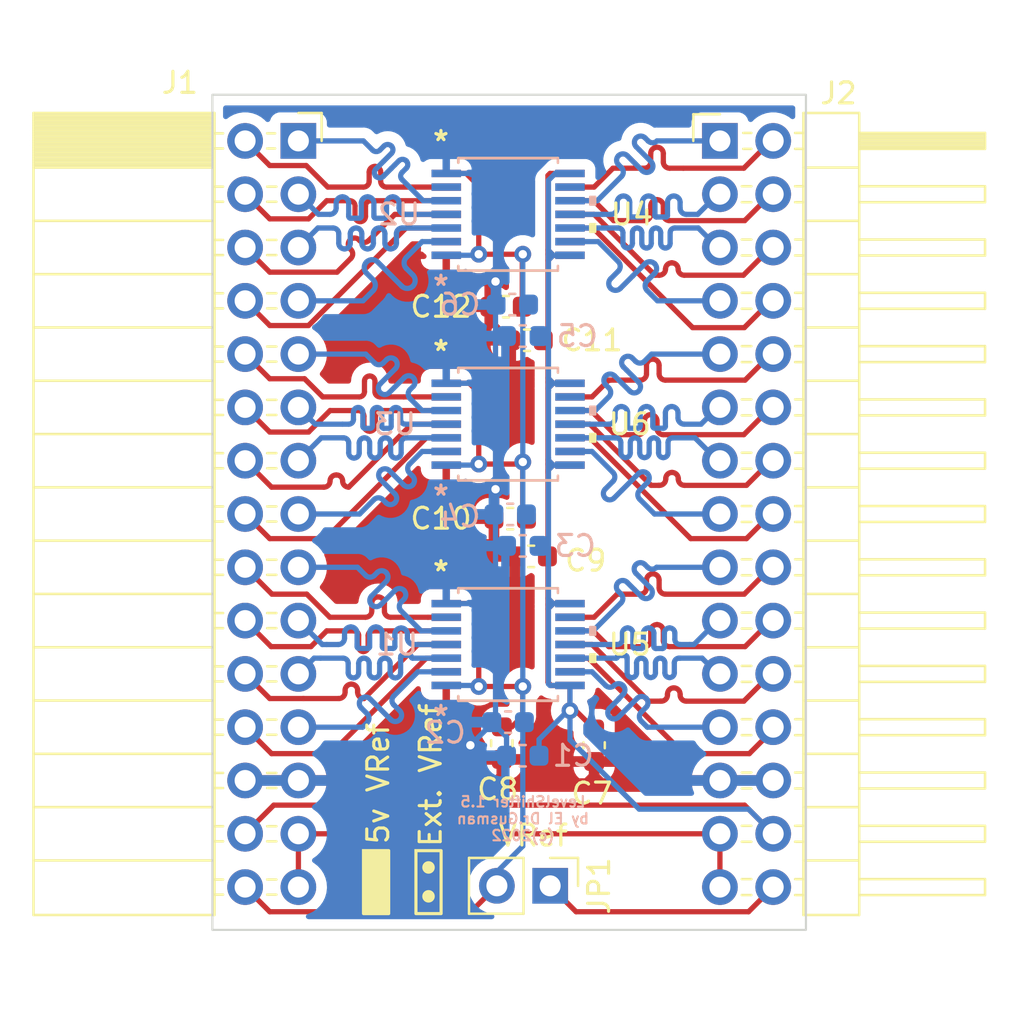
<source format=kicad_pcb>
(kicad_pcb (version 20240108) (generator "pcbnew") (generator_version "8.0")
  (layers (0 "F.Cu" signal) (31 "B.Cu" signal) (34 "B.Paste" user) (35 "F.Paste" user) (36 "B.SilkS" user "B.Silkscreen") (37 "F.SilkS" user "F.Silkscreen") (38 "B.Mask" user) (39 "F.Mask" user) (44 "Edge.Cuts" user))
  (net 0 "")
  (net 1 "/CHAN_0_IN")
  (net 2 "/CHAN_1_IN")
  (net 3 "/CHAN_2_IN")
  (net 4 "/CHAN_3_IN")
  (net 5 "/CHAN_4_IN")
  (net 6 "/CHAN_5_IN")
  (net 7 "/CHAN_6_IN")
  (net 8 "/CHAN_7_IN")
  (net 9 "/CHAN_8_IN")
  (net 10 "/CHAN_9_IN")
  (net 11 "/CHAN_10_IN")
  (net 12 "/CHAN_11_IN")
  (net 13 "/GND")
  (net 14 "/3V3")
  (net 15 "/5V")
  (net 16 "/CHAN_0_OUT")
  (net 17 "/CHAN_1_OUT")
  (net 18 "/CHAN_2_OUT")
  (net 19 "/CHAN_3_OUT")
  (net 20 "/CHAN_4_OUT")
  (net 21 "/CHAN_5_OUT")
  (net 22 "/CHAN_6_OUT")
  (net 23 "/CHAN_7_OUT")
  (net 24 "/CHAN_8_OUT")
  (net 25 "/CHAN_9_OUT")
  (net 26 "/CHAN_10_OUT")
  (net 27 "/CHAN_11_OUT")
  (net 34 "/CHAN_23_IN")
  (net 35 "/CHAN_22_IN")
  (net 36 "/CHAN_21_IN")
  (net 37 "/CHAN_20_IN")
  (net 38 "/CHAN_19_IN")
  (net 39 "/CHAN_18_IN")
  (net 40 "/CHAN_17_IN")
  (net 41 "/CHAN_16_IN")
  (net 42 "/CHAN_15_IN")
  (net 43 "/CHAN_14_IN")
  (net 44 "/CHAN_13_IN")
  (net 45 "/CHAN_12_IN")
  (net 46 "/CHAN_23_OUT")
  (net 47 "/CHAN_22_OUT")
  (net 48 "/CHAN_21_OUT")
  (net 49 "/CHAN_20_OUT")
  (net 50 "/CHAN_19_OUT")
  (net 51 "/CHAN_18_OUT")
  (net 52 "/CHAN_17_OUT")
  (net 53 "/CHAN_16_OUT")
  (net 54 "/CHAN_15_OUT")
  (net 55 "/CHAN_14_OUT")
  (net 56 "/CHAN_13_OUT")
  (net 57 "/CHAN_12_OUT")
  (net 64 "/5V_VREF")
  (net 65 "/EXT_T")
  (footprint "Connector_PinSocket_2.54mm:PinSocket_2x15_P2.54mm_Horizontal" (layer "F.Cu") (at 149.895 80)
    (property "Reference" "J1")
    (property "Value" "Conn_02x15_Odd_Even")
  )
  (footprint "Capacitor_SMD:C_0603_1608Metric" (layer "F.Cu") (at 163.995 108.8 -90)
    (property "Reference" "C7")
    (property "Value" "100nf 16v")
  )
  (footprint "Capacitor_SMD:C_0603_1608Metric" (layer "F.Cu") (at 159.595 108.7 90)
    (property "Reference" "C8")
    (property "Value" "100nf 16v")
  )
  (footprint "footprints:TXU0104PWR" (layer "F.Cu") (at 159.895 93.5)
    (property "Reference" "U6")
    (property "Value" "TXU0104PWR" (hide yes))
  )
  (footprint "Capacitor_SMD:C_0603_1608Metric" (layer "F.Cu") (at 159.795 87.9)
    (property "Reference" "C12")
    (property "Value" "100nf 16v")
  )
  (footprint "footprints:TXU0104PWR" (layer "F.Cu") (at 159.895 104)
    (property "Reference" "U5")
    (property "Value" "TXU0104PWR" (hide yes))
  )
  (footprint "Capacitor_SMD:C_0603_1608Metric" (layer "F.Cu") (at 159.995 98)
    (property "Reference" "C10")
    (property "Value" "100nf 16v")
  )
  (footprint "Connector_PinHeader_2.54mm:PinHeader_2x15_P2.54mm_Horizontal" (layer "F.Cu") (at 169.995 80)
    (property "Reference" "J2")
    (property "Value" "Conn_02x15_Odd_Even")
  )
  (footprint "footprints:TXU0104PWR" (layer "F.Cu") (at 159.895 83.5)
    (property "Reference" "U4")
    (property "Value" "TXU0104PWR" (hide yes))
  )
  (footprint "Connector_PinHeader_2.54mm:PinHeader_1x02_P2.54mm_Vertical" (layer "F.Cu") (at 161.9 115.5 -90)
    (property "Reference" "JP1")
    (property "Value" "Conn_01x02")
  )
  (footprint "Capacitor_SMD:C_0603_1608Metric" (layer "F.Cu") (at 160.995 99.8 180)
    (property "Reference" "C9")
    (property "Value" "100nf 16v")
  )
  (footprint "Capacitor_SMD:C_0603_1608Metric" (layer "F.Cu") (at 160.795 89.5 180)
    (property "Reference" "C11")
    (property "Value" "100nf 16v")
  )
  (footprint "Capacitor_SMD:C_0603_1608Metric" (layer "B.Cu") (at 160.095 87.8)
    (property "Reference" "C6")
    (property "Value" "100nf 16v")
  )
  (footprint "footprints:TXU0104PWR" (layer "B.Cu") (at 159.895 83.5)
    (property "Reference" "U2")
    (property "Value" "TXU0104PWR" (hide yes))
  )
  (footprint "Capacitor_SMD:C_0603_1608Metric" (layer "B.Cu") (at 159.895 107.7)
    (property "Reference" "C2")
    (property "Value" "100nf 16v")
  )
  (footprint "Capacitor_SMD:C_0603_1608Metric" (layer "B.Cu") (at 159.995 97.8)
    (property "Reference" "C4")
    (property "Value" "100nf 16v")
  )
  (footprint "footprints:TXU0104PWR" (layer "B.Cu") (at 159.895 104)
    (property "Reference" "U1")
    (property "Value" "TXU0104PWR" (hide yes))
  )
  (footprint "Capacitor_SMD:C_0603_1608Metric" (layer "B.Cu") (at 160.595 89.3 180)
    (property "Reference" "C5")
    (property "Value" "100nf 16v")
  )
  (footprint "Capacitor_SMD:C_0603_1608Metric" (layer "B.Cu") (at 160.595 99.3 180)
    (property "Reference" "C3")
    (property "Value" "100nf 16v")
  )
  (footprint "Capacitor_SMD:C_0603_1608Metric" (layer "B.Cu") (at 160.595 109.3 180)
    (property "Reference" "C1")
    (property "Value" "100nf 16v")
  )
  (footprint "footprints:TXU0104PWR" (layer "B.Cu") (at 159.895 93.5)
    (property "Reference" "U3")
    (property "Value" "TXU0104PWR" (hide yes))
  )
  (gr_rect (start 153 113.823606) (end 154.2 116.823606) (stroke (width 0.15)) (fill solid) (layer "F.SilkS"))
  (gr_circle (center 156.1 114.623606) (end 156.323607 114.623606) (stroke (width 0.15)) (fill solid) (layer "F.SilkS"))
  (gr_rect (start 155.5 113.823606) (end 156.7 116.823606) (stroke (width 0.15)) (fill none) (layer "F.SilkS"))
  (gr_circle (center 156.1 116) (end 156.323607 116) (stroke (width 0.15)) (fill solid) (layer "F.SilkS"))
  (gr_rect (start 145.795 77.8) (end 174.095 117.6) (stroke (width 0.1)) (fill none) (layer "Edge.Cuts"))
  (gr_text "LevelShifter 1.5\nby El Dr.Gusman\n(c)2022" (at 160.6 112.3 0) (layer "B.SilkS") (effects (font (size 0.5 0.5) (thickness 0.1)) (justify mirror)))
  (gr_text "Ext. VRef" (at 156.2 110.223606 90) (layer "F.SilkS") (effects (font (size 1 1))))
  (gr_text "5v VRef" (at 153.7 110.623606 90) (layer "F.SilkS") (effects (font (size 1 1))))
  (gr_text "VRef" (at 161.1 113.1 0) (layer "F.SilkS") (effects (font (size 1 1))))
  (segment (start 154.68331 80.95103) (end 154.491445 81.142895) (width 0.25) (layer "B.Cu") (net 1))
  (segment (start 153.592475 81.688309) (end 153.592474 81.688308) (width 0.25) (layer "B.Cu") (net 1))
  (segment (start 154.314668 81.319668) (end 153.946028 81.688308) (width 0.25) (layer "B.Cu") (net 1))
  (segment (start 156.945052 82.850014) (end 155.845014 82.850014) (width 0.25) (layer "B.Cu") (net 1))
  (segment (start 155.845014 82.850014) (end 154.845 81.85) (width 0.25) (layer "B.Cu") (net 1))
  (segment (start 154.844999 81.496446) (end 155.036863 81.304582) (width 0.25) (layer "B.Cu") (net 1))
  (segment (start 154.845 81.496448) (end 154.844999 81.496446) (width 0.25) (layer "B.Cu") (net 1))
  (segment (start 154.491445 81.142895) (end 154.314669 81.319671) (width 0.25) (layer "B.Cu") (net 1))
  (segment (start 153.430781 80.435784) (end 152.995 80) (width 0.25) (layer "B.Cu") (net 1))
  (segment (start 154.314669 81.319671) (end 154.314668 81.319668) (width 0.25) (layer "B.Cu") (net 1))
  (segment (start 153.592474 81.334754) (end 153.961115 80.966113) (width 0.25) (layer "B.Cu") (net 1))
  (segment (start 153.961115 80.966113) (end 154.329754 80.597474) (width 0.25) (layer "B.Cu") (net 1))
  (segment (start 152.995 80) (end 149.895 80) (width 0.25) (layer "B.Cu") (net 1))
  (segment (start 153.430782 80.435784) (end 153.430781 80.435784) (width 0.25) (layer "B.Cu") (net 1))
  (segment (start 155.036862 80.951029) (end 155.036864 80.95103) (width 0.25) (layer "B.Cu") (net 1))
  (segment (start 154.329755 80.243921) (end 154.329754 80.24392) (width 0.25) (layer "B.Cu") (net 1))
  (segment (start 153.9762 80.24392) (end 153.784335 80.435785) (width 0.25) (layer "B.Cu") (net 1))
  (arc (start 155.036864 80.95103) (mid 154.860087 80.877807) (end 154.68331 80.95103) (width 0.25) (layer "B.Cu") (net 1))
  (arc (start 153.946028 81.688308) (mid 153.769252 81.761532) (end 153.592475 81.688309) (width 0.25) (layer "B.Cu") (net 1))
  (arc (start 155.036863 81.304582) (mid 155.110086 81.127805) (end 155.036862 80.951029) (width 0.25) (layer "B.Cu") (net 1))
  (arc (start 154.329754 80.597474) (mid 154.402978 80.420698) (end 154.329755 80.243921) (width 0.25) (layer "B.Cu") (net 1))
  (arc (start 154.329754 80.24392) (mid 154.152977 80.170697) (end 153.9762 80.24392) (width 0.25) (layer "B.Cu") (net 1))
  (arc (start 153.784335 80.435785) (mid 153.607558 80.509008) (end 153.430782 80.435784) (width 0.25) (layer "B.Cu") (net 1))
  (arc (start 154.845 81.85) (mid 154.771776 81.673223) (end 154.845 81.496448) (width 0.25) (layer "B.Cu") (net 1))
  (arc (start 153.592474 81.688308) (mid 153.519251 81.511531) (end 153.592474 81.334754) (width 0.25) (layer "B.Cu") (net 1))
  (segment (start 152.295 83.5) (end 152.295 82.964591) (width 0.25) (layer "B.Cu") (net 2))
  (segment (start 152.802296 83.685409) (end 152.387704 83.685409) (width 0.25) (layer "B.Cu") (net 2))
  (segment (start 151.695 82.964591) (end 151.695 83.2) (width 0.25) (layer "B.Cu") (net 2))
  (segment (start 154.095 82.964591) (end 154.095 83.2) (width 0.25) (layer "B.Cu") (net 2))
  (segment (start 153.495 83.592705) (end 153.495 83.5) (width 0.25) (layer "B.Cu") (net 2))
  (segment (start 156.945052 83.5) (end 154.995 83.5) (width 0.25) (layer "B.Cu") (net 2))
  (segment (start 153.495 83.5) (end 153.495 82.964591) (width 0.25) (layer "B.Cu") (net 2))
  (segment (start 152.895 82.964591) (end 152.895 83.5) (width 0.25) (layer "B.Cu") (net 2))
  (segment (start 151.395 83.5) (end 150.855 83.5) (width 0.25) (layer "B.Cu") (net 2))
  (segment (start 154.002296 83.685409) (end 153.587704 83.685409) (width 0.25) (layer "B.Cu") (net 2))
  (segment (start 154.095 83.2) (end 154.095 83.592705) (width 0.25) (layer "B.Cu") (net 2))
  (segment (start 152.895 83.5) (end 152.895 83.592705) (width 0.25) (layer "B.Cu") (net 2))
  (segment (start 152.295 83.592705) (end 152.295 83.5) (width 0.25) (layer "B.Cu") (net 2))
  (segment (start 154.695 83.2) (end 154.695 82.964591) (width 0.25) (layer "B.Cu") (net 2))
  (segment (start 150.855 83.5) (end 149.895 82.54) (width 0.25) (layer "B.Cu") (net 2))
  (arc (start 153.495 82.964591) (mid 153.407132 82.752459) (end 153.195 82.664591) (width 0.25) (layer "B.Cu") (net 2))
  (arc (start 153.195 82.664591) (mid 152.982868 82.752459) (end 152.895 82.964591) (width 0.25) (layer "B.Cu") (net 2))
  (arc (start 154.395 82.664591) (mid 154.182868 82.752459) (end 154.095 82.964591) (width 0.25) (layer "B.Cu") (net 2))
  (arc (start 151.995 82.664591) (mid 151.782868 82.752459) (end 151.695 82.964591) (width 0.25) (layer "B.Cu") (net 2))
  (arc (start 152.387704 83.685409) (mid 152.322152 83.658257) (end 152.295 83.592705) (width 0.25) (layer "B.Cu") (net 2))
  (arc (start 154.695 82.964591) (mid 154.607132 82.752459) (end 154.395 82.664591) (width 0.25) (layer "B.Cu") (net 2))
  (arc (start 153.587704 83.685409) (mid 153.522152 83.658257) (end 153.495 83.592705) (width 0.25) (layer "B.Cu") (net 2))
  (arc (start 152.895 83.592705) (mid 152.867848 83.658257) (end 152.802296 83.685409) (width 0.25) (layer "B.Cu") (net 2))
  (arc (start 154.095 83.592705) (mid 154.067848 83.658257) (end 154.002296 83.685409) (width 0.25) (layer "B.Cu") (net 2))
  (arc (start 152.295 82.964591) (mid 152.207132 82.752459) (end 151.995 82.664591) (width 0.25) (layer "B.Cu") (net 2))
  (arc (start 151.695 83.2) (mid 151.607132 83.412132) (end 151.395 83.5) (width 0.25) (layer "B.Cu") (net 2))
  (arc (start 154.995 83.5) (mid 154.782868 83.412132) (end 154.695 83.2) (width 0.25) (layer "B.Cu") (net 2))
  (segment (start 151.820014 84.871816) (end 151.820014 84.424986) (width 0.25) (layer "B.Cu") (net 3))
  (segment (start 154.570014 84.424986) (end 154.570014 84.871816) (width 0.25) (layer "B.Cu") (net 3))
  (segment (start 153.470014 84.424986) (end 153.470014 84.871816) (width 0.25) (layer "B.Cu") (net 3))
  (segment (start 154.020014 84.871816) (end 154.020014 84.424986) (width 0.25) (layer "B.Cu") (net 3))
  (segment (start 156.945052 84.149986) (end 154.845014 84.149986) (width 0.25) (layer "B.Cu") (net 3))
  (segment (start 151.545014 84.149986) (end 150.825014 84.149986) (width 0.25) (layer "B.Cu") (net 3))
  (segment (start 152.920014 84.871816) (end 152.920014 84.424986) (width 0.25) (layer "B.Cu") (net 3))
  (segment (start 152.370014 84.424986) (end 152.370014 84.871816) (width 0.25) (layer "B.Cu") (net 3))
  (segment (start 150.825014 84.149986) (end 149.895 85.08) (width 0.25) (layer "B.Cu") (net 3))
  (arc (start 153.745014 84.149986) (mid 153.55056 84.230532) (end 153.470014 84.424986) (width 0.25) (layer "B.Cu") (net 3))
  (arc (start 152.095014 85.146816) (mid 151.90056 85.06627) (end 151.820014 84.871816) (width 0.25) (layer "B.Cu") (net 3))
  (arc (start 153.195014 85.146816) (mid 153.00056 85.06627) (end 152.920014 84.871816) (width 0.25) (layer "B.Cu") (net 3))
  (arc (start 152.370014 84.871816) (mid 152.289468 85.06627) (end 152.095014 85.146816) (width 0.25) (layer "B.Cu") (net 3))
  (arc (start 151.820014 84.424986) (mid 151.739468 84.230532) (end 151.545014 84.149986) (width 0.25) (layer "B.Cu") (net 3))
  (arc (start 154.845014 84.149986) (mid 154.65056 84.230532) (end 154.570014 84.424986) (width 0.25) (layer "B.Cu") (net 3))
  (arc (start 153.470014 84.871816) (mid 153.389468 85.06627) (end 153.195014 85.146816) (width 0.25) (layer "B.Cu") (net 3))
  (arc (start 152.645014 84.149986) (mid 152.45056 84.230532) (end 152.370014 84.424986) (width 0.25) (layer "B.Cu") (net 3))
  (arc (start 154.020014 84.424986) (mid 153.939468 84.230532) (end 153.745014 84.149986) (width 0.25) (layer "B.Cu") (net 3))
  (arc (start 154.570014 84.871816) (mid 154.489468 85.06627) (end 154.295014 85.146816) (width 0.25) (layer "B.Cu") (net 3))
  (arc (start 152.920014 84.424986) (mid 152.839468 84.230532) (end 152.645014 84.149986) (width 0.25) (layer "B.Cu") (net 3))
  (arc (start 154.295014 85.146816) (mid 154.10056 85.06627) (end 154.020014 84.871816) (width 0.25) (layer "B.Cu") (net 3))
  (segment (start 152.975 87.62) (end 149.895 87.62) (width 0.25) (layer "B.Cu") (net 4))
  (segment (start 153.276552 87.318448) (end 152.975 87.62) (width 0.25) (layer "B.Cu") (net 4))
  (segment (start 154.823613 86.919602) (end 154.823614 86.919603) (width 0.25) (layer "B.Cu") (net 4))
  (segment (start 154.823614 86.919603) (end 153.675399 85.771384) (width 0.25) (layer "B.Cu") (net 4))
  (segment (start 155.045 86.08033) (end 155.353944 86.389273) (width 0.25) (layer "B.Cu") (net 4))
  (segment (start 153.454012 87.140988) (end 153.276552 87.318448) (width 0.25) (layer "B.Cu") (net 4))
  (segment (start 153.145067 86.301716) (end 153.454012 86.610658) (width 0.25) (layer "B.Cu") (net 4))
  (segment (start 153.145068 86.301717) (end 153.145067 86.301716) (width 0.25) (layer "B.Cu") (net 4))
  (segment (start 156.945052 84.799972) (end 155.795028 84.799972) (width 0.25) (layer "B.Cu") (net 4))
  (segment (start 155.795028 84.799972) (end 155.045 85.55) (width 0.25) (layer "B.Cu") (net 4))
  (segment (start 155.045001 86.080331) (end 155.045 86.08033) (width 0.25) (layer "B.Cu") (net 4))
  (arc (start 155.353944 86.919603) (mid 155.088778 87.029438) (end 154.823613 86.919602) (width 0.25) (layer "B.Cu") (net 4))
  (arc (start 155.045 85.55) (mid 154.935165 85.815166) (end 155.045001 86.080331) (width 0.25) (layer "B.Cu") (net 4))
  (arc (start 153.454012 86.610658) (mid 153.563847 86.875823) (end 153.454012 87.140988) (width 0.25) (layer "B.Cu") (net 4))
  (arc (start 153.145067 85.771386) (mid 153.035233 86.036551) (end 153.145068 86.301717) (width 0.25) (layer "B.Cu") (net 4))
  (arc (start 155.353944 86.389273) (mid 155.463779 86.654438) (end 155.353944 86.919603) (width 0.25) (layer "B.Cu") (net 4))
  (arc (start 153.675399 85.771384) (mid 153.410232 85.661551) (end 153.145067 85.771386) (width 0.25) (layer "B.Cu") (net 4))
  (segment (start 153.798031 91.575644) (end 154.520644 90.85303) (width 0.25) (layer "B.Cu") (net 5))
  (segment (start 155.22 91.850736) (end 155.369175 91.701561) (width 0.25) (layer "B.Cu") (net 5))
  (segment (start 153.105 90.16) (end 149.895 90.16) (width 0.25) (layer "B.Cu") (net 5))
  (segment (start 155.795014 92.850014) (end 155.22 92.275) (width 0.25) (layer "B.Cu") (net 5))
  (segment (start 156.945052 92.850014) (end 155.795014 92.850014) (width 0.25) (layer "B.Cu") (net 5))
  (segment (start 154.944909 91.277296) (end 154.222295 91.999909) (width 0.25) (layer "B.Cu") (net 5))
  (segment (start 154.944909 91.277297) (end 154.944909 91.277296) (width 0.25) (layer "B.Cu") (net 5))
  (segment (start 153.522938 90.577941) (end 153.105 90.16) (width 0.25) (layer "B.Cu") (net 5))
  (segment (start 154.096378 90.428765) (end 153.947202 90.577941) (width 0.25) (layer "B.Cu") (net 5))
  (segment (start 154.096378 90.428766) (end 154.096378 90.428765) (width 0.25) (layer "B.Cu") (net 5))
  (segment (start 153.798031 91.575643) (end 153.798031 91.575644) (width 0.25) (layer "B.Cu") (net 5))
  (arc (start 155.369175 91.701561) (mid 155.457043 91.489429) (end 155.369175 91.277297) (width 0.25) (layer "B.Cu") (net 5))
  (arc (start 153.947202 90.577941) (mid 153.73507 90.665809) (end 153.522938 90.577941) (width 0.25) (layer "B.Cu") (net 5))
  (arc (start 154.222295 91.999909) (mid 154.010163 92.087777) (end 153.798031 91.999909) (width 0.25) (layer "B.Cu") (net 5))
  (arc (start 154.520644 90.85303) (mid 154.608512 90.640898) (end 154.520644 90.428766) (width 0.25) (layer "B.Cu") (net 5))
  (arc (start 155.22 92.275) (mid 155.132132 92.062868) (end 155.22 91.850736) (width 0.25) (layer "B.Cu") (net 5))
  (arc (start 153.798031 91.999909) (mid 153.710163 91.787776) (end 153.798031 91.575643) (width 0.25) (layer "B.Cu") (net 5))
  (arc (start 154.520644 90.428766) (mid 154.30851 90.340897) (end 154.096378 90.428766) (width 0.25) (layer "B.Cu") (net 5))
  (arc (start 155.369175 91.277297) (mid 155.157041 91.189428) (end 154.944909 91.277297) (width 0.25) (layer "B.Cu") (net 5))
  (segment (start 152.97 93.598142) (end 152.97 93.5) (width 0.25) (layer "B.Cu") (net 6))
  (segment (start 153.321858 93.696284) (end 153.068142 93.696284) (width 0.25) (layer "B.Cu") (net 6))
  (segment (start 151.9974 93.5) (end 150.695 93.5) (width 0.25) (layer "B.Cu") (net 6))
  (segment (start 152.97 93.5) (end 152.97 92.928716) (width 0.25) (layer "B.Cu") (net 6))
  (segment (start 154.77 93.275) (end 154.77 92.928716) (width 0.25) (layer "B.Cu") (net 6))
  (segment (start 153.42 92.928716) (end 153.42 93.5) (width 0.25) (layer "B.Cu") (net 6))
  (segment (start 154.221858 93.696284) (end 153.968142 93.696284) (width 0.25) (layer "B.Cu") (net 6))
  (segment (start 153.87 93.598142) (end 153.87 93.5) (width 0.25) (layer "B.Cu") (net 6))
  (segment (start 154.32 93.275) (end 154.32 93.598142) (width 0.25) (layer "B.Cu") (net 6))
  (segment (start 154.32 92.928716) (end 154.32 93.275) (width 0.25) (layer "B.Cu") (net 6))
  (segment (start 150.695 93.5) (end 149.895 92.7) (width 0.25) (layer "B.Cu") (net 6))
  (segment (start 153.87 93.5) (end 153.87 92.928716) (width 0.25) (layer "B.Cu") (net 6))
  (segment (start 152.52 92.928716) (end 152.52 93.275) (width 0.25) (layer "B.Cu") (net 6))
  (segment (start 152.295 93.5) (end 151.9974 93.5) (width 0.25) (layer "B.Cu") (net 6))
  (segment (start 153.42 93.5) (end 153.42 93.598142) (width 0.25) (layer "B.Cu") (net 6))
  (segment (start 156.945052 93.5) (end 154.995 93.5) (width 0.25) (layer "B.Cu") (net 6))
  (arc (start 153.968142 93.696284) (mid 153.898745 93.667539) (end 153.87 93.598142) (width 0.25) (layer "B.Cu") (net 6))
  (arc (start 154.995 93.5) (mid 154.835901 93.434099) (end 154.77 93.275) (width 0.25) (layer "B.Cu") (net 6))
  (arc (start 152.97 92.928716) (mid 152.904099 92.769617) (end 152.745 92.703716) (width 0.25) (layer "B.Cu") (net 6))
  (arc (start 153.42 93.598142) (mid 153.391255 93.667539) (end 153.321858 93.696284) (width 0.25) (layer "B.Cu") (net 6))
  (arc (start 154.32 93.598142) (mid 154.291255 93.667539) (end 154.221858 93.696284) (width 0.25) (layer "B.Cu") (net 6))
  (arc (start 152.52 93.275) (mid 152.454099 93.434099) (end 152.295 93.5) (width 0.25) (layer "B.Cu") (net 6))
  (arc (start 153.068142 93.696284) (mid 152.998745 93.667539) (end 152.97 93.598142) (width 0.25) (layer "B.Cu") (net 6))
  (arc (start 154.545 92.703716) (mid 154.385901 92.769617) (end 154.32 92.928716) (width 0.25) (layer "B.Cu") (net 6))
  (arc (start 152.745 92.703716) (mid 152.585901 92.769617) (end 152.52 92.928716) (width 0.25) (layer "B.Cu") (net 6))
  (arc (start 154.77 92.928716) (mid 154.704099 92.769617) (end 154.545 92.703716) (width 0.25) (layer "B.Cu") (net 6))
  (arc (start 153.87 92.928716) (mid 153.804099 92.769617) (end 153.645 92.703716) (width 0.25) (layer "B.Cu") (net 6))
  (arc (start 153.645 92.703716) (mid 153.485901 92.769617) (end 153.42 92.928716) (width 0.25) (layer "B.Cu") (net 6))
  (segment (start 152.045014 94.149986) (end 151.995014 94.149986) (width 0.25) (layer "B.Cu") (net 7))
  (segment (start 150.985014 94.149986) (end 149.895 95.24) (width 0.25) (layer "B.Cu") (net 7))
  (segment (start 152.795014 94.399986) (end 152.795014 94.864308) (width 0.25) (layer "B.Cu") (net 7))
  (segment (start 152.295014 94.864308) (end 152.295014 94.399986) (width 0.25) (layer "B.Cu") (net 7))
  (segment (start 156.945052 94.149986) (end 155.045014 94.149986) (width 0.25) (layer "B.Cu") (net 7))
  (segment (start 154.795014 94.399986) (end 154.795014 94.864308) (width 0.25) (layer "B.Cu") (net 7))
  (segment (start 153.795014 94.399986) (end 153.795014 94.864308) (width 0.25) (layer "B.Cu") (net 7))
  (segment (start 154.295014 94.864308) (end 154.295014 94.399986) (width 0.25) (layer "B.Cu") (net 7))
  (segment (start 153.295014 94.864308) (end 153.295014 94.399986) (width 0.25) (layer "B.Cu") (net 7))
  (segment (start 151.995014 94.149986) (end 150.985014 94.149986) (width 0.25) (layer "B.Cu") (net 7))
  (arc (start 153.795014 94.864308) (mid 153.721791 95.041085) (end 153.545014 95.114308) (width 0.25) (layer "B.Cu") (net 7))
  (arc (start 154.795014 94.864308) (mid 154.721791 95.041085) (end 154.545014 95.114308) (width 0.25) (layer "B.Cu") (net 7))
  (arc (start 152.545014 95.114308) (mid 152.368237 95.041085) (end 152.295014 94.864308) (width 0.25) (layer "B.Cu") (net 7))
  (arc (start 154.545014 95.114308) (mid 154.368237 95.041085) (end 154.295014 94.864308) (width 0.25) (layer "B.Cu") (net 7))
  (arc (start 152.795014 94.864308) (mid 152.721791 95.041085) (end 152.545014 95.114308) (width 0.25) (layer "B.Cu") (net 7))
  (arc (start 155.045014 94.149986) (mid 154.868237 94.223209) (end 154.795014 94.399986) (width 0.25) (layer "B.Cu") (net 7))
  (arc (start 153.045014 94.149986) (mid 152.868237 94.223209) (end 152.795014 94.399986) (width 0.25) (layer "B.Cu") (net 7))
  (arc (start 153.295014 94.399986) (mid 153.221791 94.223209) (end 153.045014 94.149986) (width 0.25) (layer "B.Cu") (net 7))
  (arc (start 154.295014 94.399986) (mid 154.221791 94.223209) (end 154.045014 94.149986) (width 0.25) (layer "B.Cu") (net 7))
  (arc (start 152.295014 94.399986) (mid 152.221791 94.223209) (end 152.045014 94.149986) (width 0.25) (layer "B.Cu") (net 7))
  (arc (start 153.545014 95.114308) (mid 153.368237 95.041085) (end 153.295014 94.864308) (width 0.25) (layer "B.Cu") (net 7))
  (arc (start 154.045014 94.149986) (mid 153.868237 94.223209) (end 153.795014 94.399986) (width 0.25) (layer "B.Cu") (net 7))
  (segment (start 155.795028 94.799972) (end 155.195 95.4) (width 0.25) (layer "B.Cu") (net 8))
  (segment (start 155.195001 95.824265) (end 155.195 95.824264) (width 0.25) (layer "B.Cu") (net 8))
  (segment (start 154.917552 96.395343) (end 154.235014 95.712801) (width 0.25) (layer "B.Cu") (net 8))
  (segment (start 153.810749 96.137068) (end 153.810748 96.137067) (width 0.25) (layer "B.Cu") (net 8))
  (segment (start 155.195 95.824264) (end 155.341816 95.971079) (width 0.25) (layer "B.Cu") (net 8))
  (segment (start 156.945052 94.799972) (end 155.795028 94.799972) (width 0.25) (layer "B.Cu") (net 8))
  (segment (start 153.810748 96.137067) (end 154.346475 96.67279) (width 0.25) (layer "B.Cu") (net 8))
  (segment (start 153.266217 97.328783) (end 152.815 97.78) (width 0.25) (layer "B.Cu") (net 8))
  (segment (start 152.815 97.78) (end 149.895 97.78) (width 0.25) (layer "B.Cu") (net 8))
  (segment (start 154.069026 97.243869) (end 153.922211 97.097053) (width 0.25) (layer "B.Cu") (net 8))
  (segment (start 154.917551 96.395342) (end 154.917552 96.395343) (width 0.25) (layer "B.Cu") (net 8))
  (segment (start 153.497947 97.097053) (end 153.266217 97.328783) (width 0.25) (layer "B.Cu") (net 8))
  (segment (start 154.346475 96.67279) (end 154.49329 96.819605) (width 0.25) (layer "B.Cu") (net 8))
  (segment (start 154.069025 97.243868) (end 154.069026 97.243869) (width 0.25) (layer "B.Cu") (net 8))
  (arc (start 154.49329 97.243869) (mid 154.281157 97.331737) (end 154.069025 97.243868) (width 0.25) (layer "B.Cu") (net 8))
  (arc (start 154.49329 96.819605) (mid 154.581158 97.031737) (end 154.49329 97.243869) (width 0.25) (layer "B.Cu") (net 8))
  (arc (start 153.810748 95.712803) (mid 153.722881 95.924935) (end 153.810749 96.137068) (width 0.25) (layer "B.Cu") (net 8))
  (arc (start 153.922211 97.097053) (mid 153.710079 97.009185) (end 153.497947 97.097053) (width 0.25) (layer "B.Cu") (net 8))
  (arc (start 155.195 95.4) (mid 155.107132 95.612133) (end 155.195001 95.824265) (width 0.25) (layer "B.Cu") (net 8))
  (arc (start 155.341816 95.971079) (mid 155.429684 96.183211) (end 155.341816 96.395343) (width 0.25) (layer "B.Cu") (net 8))
  (arc (start 154.235014 95.712801) (mid 154.02288 95.624935) (end 153.810748 95.712803) (width 0.25) (layer "B.Cu") (net 8))
  (arc (start 155.341816 96.395343) (mid 155.129683 96.483211) (end 154.917551 96.395342) (width 0.25) (layer "B.Cu") (net 8))
  (segment (start 154.795 101.975736) (end 154.927578 101.843158) (width 0.25) (layer "B.Cu") (net 9))
  (segment (start 154.503312 101.418893) (end 153.813892 102.108312) (width 0.25) (layer "B.Cu") (net 9))
  (segment (start 153.097938 100.702941) (end 152.828665 100.433665) (width 0.25) (layer "B.Cu") (net 9))
  (segment (start 154.503312 101.418894) (end 154.503312 101.418893) (width 0.25) (layer "B.Cu") (net 9))
  (segment (start 153.654781 100.570363) (end 153.654781 100.570362) (width 0.25) (layer "B.Cu") (net 9))
  (segment (start 152.715 100.32) (end 149.895 100.32) (width 0.25) (layer "B.Cu") (net 9))
  (segment (start 156.945052 103.350014) (end 155.745014 103.350014) (width 0.25) (layer "B.Cu") (net 9))
  (segment (start 153.389628 101.684047) (end 154.079047 100.994627) (width 0.25) (layer "B.Cu") (net 9))
  (segment (start 152.828665 100.433665) (end 152.715 100.32) (width 0.25) (layer "B.Cu") (net 9))
  (segment (start 153.654781 100.570362) (end 153.522202 100.702941) (width 0.25) (layer "B.Cu") (net 9))
  (segment (start 155.745014 103.350014) (end 154.795 102.4) (width 0.25) (layer "B.Cu") (net 9))
  (segment (start 153.389628 101.684046) (end 153.389628 101.684047) (width 0.25) (layer "B.Cu") (net 9))
  (arc (start 154.079047 100.570363) (mid 153.866913 100.482494) (end 153.654781 100.570363) (width 0.25) (layer "B.Cu") (net 9))
  (arc (start 154.079047 100.994627) (mid 154.166915 100.782495) (end 154.079047 100.570363) (width 0.25) (layer "B.Cu") (net 9))
  (arc (start 154.927578 101.843158) (mid 155.015446 101.631026) (end 154.927578 101.418894) (width 0.25) (layer "B.Cu") (net 9))
  (arc (start 154.795 102.4) (mid 154.707132 102.187868) (end 154.795 101.975736) (width 0.25) (layer "B.Cu") (net 9))
  (arc (start 153.813892 102.108312) (mid 153.60176 102.19618) (end 153.389628 102.108312) (width 0.25) (layer "B.Cu") (net 9))
  (arc (start 154.927578 101.418894) (mid 154.715444 101.331025) (end 154.503312 101.418894) (width 0.25) (layer "B.Cu") (net 9))
  (arc (start 153.522202 100.702941) (mid 153.31007 100.790809) (end 153.097938 100.702941) (width 0.25) (layer "B.Cu") (net 9))
  (arc (start 153.389628 102.108312) (mid 153.30176 101.896179) (end 153.389628 101.684046) (width 0.25) (layer "B.Cu") (net 9))
  (segment (start 153.895 104.093977) (end 153.895 104) (width 0.25) (layer "B.Cu") (net 10))
  (segment (start 152.695 104.093977) (end 152.695 104) (width 0.25) (layer "B.Cu") (net 10))
  (segment (start 156.945052 104) (end 155.395 104) (width 0.25) (layer "B.Cu") (net 10))
  (segment (start 152.095 103.462047) (end 152.095 103.7) (width 0.25) (layer "B.Cu") (net 10))
  (segment (start 153.201024 104.187953) (end 152.788976 104.187953) (width 0.25) (layer "B.Cu") (net 10))
  (segment (start 151.035 104) (end 149.895 102.86) (width 0.25) (layer "B.Cu") (net 10))
  (segment (start 153.895 104) (end 153.895 103.462047) (width 0.25) (layer "B.Cu") (net 10))
  (segment (start 151.795 104) (end 151.247059 104) (width 0.25) (layer "B.Cu") (net 10))
  (segment (start 154.495 103.7) (end 154.495 104.093977) (width 0.25) (layer "B.Cu") (net 10))
  (segment (start 151.247059 104) (end 151.035 104) (width 0.25) (layer "B.Cu") (net 10))
  (segment (start 154.495 103.512047) (end 154.495 103.7) (width 0.25) (layer "B.Cu") (net 10))
  (segment (start 155.095 103.7) (end 155.095 103.512047) (width 0.25) (layer "B.Cu") (net 10))
  (segment (start 154.401024 104.187953) (end 153.988976 104.187953) (width 0.25) (layer "B.Cu") (net 10))
  (segment (start 153.295 103.462047) (end 153.295 104) (width 0.25) (layer "B.Cu") (net 10))
  (segment (start 152.695 104) (end 152.695 103.462047) (width 0.25) (layer "B.Cu") (net 10))
  (segment (start 153.295 104) (end 153.295 104.093977) (width 0.25) (layer "B.Cu") (net 10))
  (arc (start 152.695 103.462047) (mid 152.607132 103.249915) (end 152.395 103.162047) (width 0.25) (layer "B.Cu") (net 10))
  (arc (start 154.795 103.212047) (mid 154.582868 103.299915) (end 154.495 103.512047) (width 0.25) (layer "B.Cu") (net 10))
  (arc (start 155.395 104) (mid 155.182868 103.912132) (end 155.095 103.7) (width 0.25) (layer "B.Cu") (net 10))
  (arc (start 152.095 103.7) (mid 152.007132 103.912132) (end 151.795 104) (width 0.25) (layer "B.Cu") (net 10))
  (arc (start 153.988976 104.187953) (mid 153.922525 104.160428) (end 153.895 104.093977) (width 0.25) (layer "B.Cu") (net 10))
  (arc (start 152.395 103.162047) (mid 152.182868 103.249915) (end 152.095 103.462047) (width 0.25) (layer "B.Cu") (net 10))
  (arc (start 153.295 104.093977) (mid 153.267475 104.160428) (end 153.201024 104.187953) (width 0.25) (layer "B.Cu") (net 10))
  (arc (start 153.895 103.462047) (mid 153.807132 103.249915) (end 153.595 103.162047) (width 0.25) (layer "B.Cu") (net 10))
  (arc (start 152.788976 104.187953) (mid 152.722525 104.160428) (end 152.695 104.093977) (width 0.25) (layer "B.Cu") (net 10))
  (arc (start 154.495 104.093977) (mid 154.467475 104.160428) (end 154.401024 104.187953) (width 0.25) (layer "B.Cu") (net 10))
  (arc (start 153.595 103.162047) (mid 153.382868 103.249915) (end 153.295 103.462047) (width 0.25) (layer "B.Cu") (net 10))
  (arc (start 155.095 103.512047) (mid 155.007132 103.299915) (end 154.795 103.212047) (width 0.25) (layer "B.Cu") (net 10))
  (segment (start 155.275215 104.580215) (end 155.275215 104.580214) (width 0.25) (layer "B.Cu") (net 11))
  (segment (start 154.269986 105.339529) (end 154.269986 104.899986) (width 0.25) (layer "B.Cu") (net 11))
  (segment (start 154.775215 104.580214) (end 154.775215 104.580215) (width 0.25) (layer "B.Cu") (net 11))
  (segment (start 154.775215 104.649986) (end 154.769986 104.649986) (width 0.25) (layer "B.Cu") (net 11))
  (segment (start 153.769986 104.899986) (end 153.769986 105.339529) (width 0.25) (layer "B.Cu") (net 11))
  (segment (start 150.949268 104.649986) (end 150.645014 104.649986) (width 0.25) (layer "B.Cu") (net 11))
  (segment (start 150.645014 104.649986) (end 149.895 105.4) (width 0.25) (layer "B.Cu") (net 11))
  (segment (start 152.769986 104.899986) (end 152.769986 105.339529) (width 0.25) (layer "B.Cu") (net 11))
  (segment (start 156.945052 104.649986) (end 155.344986 104.649986) (width 0.25) (layer "B.Cu") (net 11))
  (segment (start 153.269986 105.339529) (end 153.269986 104.899986) (width 0.25) (layer "B.Cu") (net 11))
  (segment (start 152.269986 105.339529) (end 152.269986 104.899986) (width 0.25) (layer "B.Cu") (net 11))
  (segment (start 154.769986 104.649986) (end 154.769986 105.339529) (width 0.25) (layer "B.Cu") (net 11))
  (segment (start 155.205444 104.510443) (end 154.844986 104.510443) (width 0.25) (layer "B.Cu") (net 11))
  (segment (start 152.019986 104.649986) (end 150.949268 104.649986) (width 0.25) (layer "B.Cu") (net 11))
  (segment (start 154.775215 104.580215) (end 154.775215 104.649986) (width 0.25) (layer "B.Cu") (net 11))
  (arc (start 153.019986 104.649986) (mid 152.843209 104.723209) (end 152.769986 104.899986) (width 0.25) (layer "B.Cu") (net 11))
  (arc (start 153.769986 105.339529) (mid 153.696763 105.516306) (end 153.519986 105.589529) (width 0.25) (layer "B.Cu") (net 11))
  (arc (start 152.519986 105.589529) (mid 152.343209 105.516306) (end 152.269986 105.339529) (width 0.25) (layer "B.Cu") (net 11))
  (arc (start 154.844986 104.510443) (mid 154.79565 104.530878) (end 154.775215 104.580214) (width 0.25) (layer "B.Cu") (net 11))
  (arc (start 154.519986 105.589529) (mid 154.343209 105.516306) (end 154.269986 105.339529) (width 0.25) (layer "B.Cu") (net 11))
  (arc (start 155.344986 104.649986) (mid 155.29565 104.629551) (end 155.275215 104.580215) (width 0.25) (layer "B.Cu") (net 11))
  (arc (start 152.269986 104.899986) (mid 152.196763 104.723209) (end 152.019986 104.649986) (width 0.25) (layer "B.Cu") (net 11))
  (arc (start 154.769986 105.339529) (mid 154.696763 105.516306) (end 154.519986 105.589529) (width 0.25) (layer "B.Cu") (net 11))
  (arc (start 153.519986 105.589529) (mid 153.343209 105.516306) (end 153.269986 105.339529) (width 0.25) (layer "B.Cu") (net 11))
  (arc (start 152.769986 105.339529) (mid 152.696763 105.516306) (end 152.519986 105.589529) (width 0.25) (layer "B.Cu") (net 11))
  (arc (start 155.275215 104.580214) (mid 155.25478 104.530878) (end 155.205444 104.510443) (width 0.25) (layer "B.Cu") (net 11))
  (arc (start 154.019986 104.649986) (mid 153.843209 104.723209) (end 153.769986 104.899986) (width 0.25) (layer "B.Cu") (net 11))
  (arc (start 153.269986 104.899986) (mid 153.196763 104.723209) (end 153.019986 104.649986) (width 0.25) (layer "B.Cu") (net 11))
  (arc (start 154.269986 104.899986) (mid 154.196763 104.723209) (end 154.019986 104.649986) (width 0.25) (layer "B.Cu") (net 11))
  (segment (start 154.445001 106.874265) (end 154.445 106.874264) (width 0.25) (layer "B.Cu") (net 12))
  (segment (start 154.445 106.874264) (end 154.727843 107.157106) (width 0.25) (layer "B.Cu") (net 12))
  (segment (start 154.303579 107.58137) (end 153.313632 106.591419) (width 0.25) (layer "B.Cu") (net 12))
  (segment (start 155.595028 105.299972) (end 154.445 106.45) (width 0.25) (layer "B.Cu") (net 12))
  (segment (start 153.17221 107.72279) (end 152.955 107.94) (width 0.25) (layer "B.Cu") (net 12))
  (segment (start 152.889367 107.015686) (end 152.889366 107.015685) (width 0.25) (layer "B.Cu") (net 12))
  (segment (start 152.955 107.94) (end 149.895 107.94) (width 0.25) (layer "B.Cu") (net 12))
  (segment (start 156.945052 105.299972) (end 155.595028 105.299972) (width 0.25) (layer "B.Cu") (net 12))
  (segment (start 152.889366 107.015685) (end 153.17221 107.298526) (width 0.25) (layer "B.Cu") (net 12))
  (segment (start 154.303578 107.581369) (end 154.303579 107.58137) (width 0.25) (layer "B.Cu") (net 12))
  (arc (start 154.445 106.45) (mid 154.357132 106.662133) (end 154.445001 106.874265) (width 0.25) (layer "B.Cu") (net 12))
  (arc (start 153.313632 106.591419) (mid 153.101498 106.503553) (end 152.889366 106.591421) (width 0.25) (layer "B.Cu") (net 12))
  (arc (start 153.17221 107.298526) (mid 153.260078 107.510658) (end 153.17221 107.72279) (width 0.25) (layer "B.Cu") (net 12))
  (arc (start 154.727843 107.157106) (mid 154.815711 107.369238) (end 154.727843 107.58137) (width 0.25) (layer "B.Cu") (net 12))
  (arc (start 154.727843 107.58137) (mid 154.51571 107.669238) (end 154.303578 107.581369) (width 0.25) (layer "B.Cu") (net 12))
  (arc (start 152.889366 106.591421) (mid 152.801499 106.803553) (end 152.889367 107.015686) (width 0.25) (layer "B.Cu") (net 12))
  (segment (start 159.195 110.5) (end 158.995 110.5) (width 0.25) (layer "F.Cu") (net 13))
  (segment (start 159.295 87.625) (end 159.02 87.9) (width 0.25) (layer "F.Cu") (net 13))
  (segment (start 157.495 86.7) (end 159.295 86.7) (width 0.25) (layer "F.Cu") (net 13))
  (segment (start 164.395 110.5) (end 164.495 110.5) (width 0.25) (layer "F.Cu") (net 13))
  (segment (start 163.995 110.1) (end 163.995 110.5) (width 0.25) (layer "F.Cu") (net 13))
  (segment (start 159.295 86.7) (end 159.295 87.625) (width 0.25) (layer "F.Cu") (net 13))
  (segment (start 159.495 110.5) (end 158.995 110.5) (width 0.25) (layer "F.Cu") (net 13))
  (segment (start 157.395 96.6) (end 159.295 96.6) (width 0.25) (layer "F.Cu") (net 13))
  (segment (start 163.395 110.5) (end 159.995 110.5) (width 0.25) (layer "F.Cu") (net 13))
  (segment (start 159.595 110.1) (end 159.595 110.4) (width 0.25) (layer "F.Cu") (net 13))
  (segment (start 159.095 99.1) (end 159.095 98.125) (width 0.25) (layer "F.Cu") (net 13))
  (segment (start 156.945052 95.449958) (end 156.945052 96.150052) (width 0.25) (layer "F.Cu") (net 13))
  (segment (start 159.595 110.4) (end 159.495 110.5) (width 0.25) (layer "F.Cu") (net 13))
  (segment (start 149.895 110.48) (end 147.355 110.48) (width 0.25) (layer "F.Cu") (net 13))
  (segment (start 163.995 110.1) (end 163.595 110.5) (width 0.25) (layer "F.Cu") (net 13))
  (segment (start 163.995 110.5) (end 163.395 110.5) (width 0.25) (layer "F.Cu") (net 13))
  (segment (start 159.02 88.5) (end 160.02 89.5) (width 0.25) (layer "F.Cu") (net 13))
  (segment (start 164.495 110.5) (end 163.995 110.5) (width 0.25) (layer "F.Cu") (net 13))
  (segment (start 158.995 110.5) (end 149.915 110.5) (width 0.25) (layer "F.Cu") (net 13))
  (segment (start 159.595 109.475) (end 159.595 110.1) (width 0.25) (layer "F.Cu") (net 13))
  (segment (start 159.595 110.1) (end 159.195 110.5) (width 0.25) (layer "F.Cu") (net 13))
  (segment (start 156.945052 96.150052) (end 157.395 96.6) (width 0.25) (layer "F.Cu") (net 13))
  (segment (start 169.895 110.48) (end 169.875 110.5) (width 0.25) (layer "F.Cu") (net 13))
  (segment (start 156.945052 85.449958) (end 156.945052 86.150052) (width 0.25) (layer "F.Cu") (net 13))
  (segment (start 160.22 99.8) (end 159.795 99.8) (width 0.25) (layer "F.Cu") (net 13))
  (segment (start 159.22 98) (end 159.22 96.675) (width 0.25) (layer "F.Cu") (net 13))
  (segment (start 172.435 110.48) (end 169.895 110.48) (width 0.25) (layer "F.Cu") (net 13))
  (segment (start 159.995 110.5) (end 159.495 110.5) (width 0.25) (layer "F.Cu") (net 13))
  (segment (start 159.095 98.125) (end 159.22 98) (width 0.25) (layer "F.Cu") (net 13))
  (segment (start 159.22 96.675) (end 159.295 96.6) (width 0.25) (layer "F.Cu") (net 13))
  (segment (start 158.095 108.8) (end 156.945052 107.650052) (width 0.25) (layer "F.Cu") (net 13))
  (segment (start 159.595 110.1) (end 159.995 110.5) (width 0.25) (layer "F.Cu") (net 13))
  (segment (start 163.995 110.1) (end 164.395 110.5) (width 0.25) (layer "F.Cu") (net 13))
  (segment (start 159.795 99.8) (end 159.095 99.1) (width 0.25) (layer "F.Cu") (net 13))
  (segment (start 163.995 109.575) (end 163.995 110.1) (width 0.25) (layer "F.Cu") (net 13))
  (segment (start 156.945052 86.150052) (end 157.495 86.7) (width 0.25) (layer "F.Cu") (net 13))
  (segment (start 156.945052 107.650052) (end 156.945052 105.949958) (width 0.25) (layer "F.Cu") (net 13))
  (segment (start 159.02 87.9) (end 159.02 88.5) (width 0.25) (layer "F.Cu") (net 13))
  (segment (start 149.915 110.5) (end 149.895 110.48) (width 0.25) (layer "F.Cu") (net 13))
  (segment (start 163.595 110.5) (end 163.395 110.5) (width 0.25) (layer "F.Cu") (net 13))
  (segment (start 169.875 110.5) (end 164.495 110.5) (width 0.25) (layer "F.Cu") (net 13))
  (via (at 159.295 96.6) (size 0.8) (drill 0.4) (layers "F.Cu" "B.Cu") (net 13))
  (via (at 159.295 86.7) (size 0.8) (drill 0.4) (layers "F.Cu" "B.Cu") (net 13))
  (via (at 158.095 108.8) (size 0.8) (drill 0.4) (layers "F.Cu" "B.Cu") (net 13))
  (segment (start 159.295 102.1) (end 159.295 96.6) (width 0.25) (layer "B.Cu") (net 13))
  (segment (start 159.295 96.6) (end 159.295 91.6) (width 0.25) (layer "B.Cu") (net 13))
  (segment (start 159.295 91.6) (end 159.295 86.7) (width 0.25) (layer "B.Cu") (net 13))
  (segment (start 149.895 110.48) (end 156.415 110.48) (width 0.25) (layer "B.Cu") (net 13))
  (segment (start 159.245042 91.550042) (end 159.295 91.6) (width 0.25) (layer "B.Cu") (net 13))
  (segment (start 156.945052 91.550042) (end 159.245042 91.550042) (width 0.25) (layer "B.Cu") (net 13))
  (segment (start 159.82 109.3) (end 159.82 108.4) (width 0.25) (layer "B.Cu") (net 13))
  (segment (start 159.295 86.7) (end 159.295 82.7) (width 0.25) (layer "B.Cu") (net 13))
  (segment (start 159.295 82.7) (end 158.145042 81.550042) (width 0.25) (layer "B.Cu") (net 13))
  (segment (start 159.295 107.6) (end 159.295 102.1) (width 0.25) (layer "B.Cu") (net 13))
  (segment (start 158.145042 81.550042) (end 156.945052 81.550042) (width 0.25) (layer "B.Cu") (net 13))
  (segment (start 156.415 110.48) (end 159.295 107.6) (width 0.25) (layer "B.Cu") (net 13))
  (segment (start 156.945052 102.050042) (end 159.245042 102.050042) (width 0.25) (layer "B.Cu") (net 13))
  (segment (start 159.245042 102.050042) (end 159.295 102.1) (width 0.25) (layer "B.Cu") (net 13))
  (segment (start 159.82 108.4) (end 159.12 107.7) (width 0.25) (layer "B.Cu") (net 13))
  (segment (start 161.795 91.8) (end 161.795 95.2) (width 0.25) (layer "F.Cu") (net 14))
  (segment (start 162.844948 102.050042) (end 162.045042 102.050042) (width 0.25) (layer "F.Cu") (net 14))
  (segment (start 163.119948 107.149948) (end 163.995 108.025) (width 0.25) (layer "F.Cu") (net 14))
  (segment (start 161.795 91.5) (end 161.795 91.8) (width 0.25) (layer "F.Cu") (net 14))
  (segment (start 162.844948 95.449958) (end 162.045042 95.449958) (width 0.25) (layer "F.Cu") (net 14))
  (segment (start 161.795 95.7) (end 161.795 95.8) (width 0.25) (layer "F.Cu") (net 14))
  (segment (start 161.844958 102.050042) (end 161.795 102.1) (width 0.25) (layer "F.Cu") (net 14))
  (segment (start 162.045042 91.550042) (end 161.845042 91.550042) (width 0.25) (layer "F.Cu") (net 14))
  (segment (start 148.720489 111.654511) (end 147.355 113.02) (width 0.25) (layer "F.Cu") (net 14))
  (segment (start 161.795 91.3) (end 161.795 91.5) (width 0.25) (layer "F.Cu") (net 14))
  (segment (start 161.795 101.8) (end 161.795 102.1) (width 0.25) (layer "F.Cu") (net 14))
  (segment (start 161.795 85.4) (end 161.795 85.7) (width 0.25) (layer "F.Cu") (net 14))
  (segment (start 161.795 102.1) (end 161.795 102.3) (width 0.25) (layer "F.Cu") (net 14))
  (segment (start 161.844958 85.449958) (end 161.795 85.4) (width 0.25) (layer "F.Cu") (net 14))
  (segment (start 161.795 95.4) (end 161.795 95.8) (width 0.25) (layer "F.Cu") (net 14))
  (segment (start 161.795 81.647941) (end 161.795 85.2) (width 0.25) (layer "F.Cu") (net 14))
  (segment (start 161.892899 81.550042) (end 161.795 81.647941) (width 0.25) (layer "F.Cu") (net 14))
  (segment (start 161.795 102.3) (end 161.795 105.8) (width 0.25) (layer "F.Cu") (net 14))
  (segment (start 161.844958 95.449958) (end 161.795 95.4) (width 0.25) (layer "F.Cu") (net 14))
  (segment (start 162.045042 95.449958) (end 161.844958 95.449958) (width 0.25) (layer "F.Cu") (net 14))
  (segment (start 161.944958 105.949958) (end 162.844948 105.949958) (width 0.25) (layer "F.Cu") (net 14))
  (segment (start 162.044958 85.449958) (end 162.044958 85.450042) (width 0.25) (layer "F.Cu") (net 14))
  (segment (start 162.044958 91.550042) (end 162.044958 91.549958) (width 0.25) (layer "F.Cu") (net 14))
  (segment (start 162.045042 95.449958) (end 162.044958 95.449958) (width 0.25) (layer "F.Cu") (net 14))
  (segment (start 162.044958 85.450042) (end 161.795 85.7) (width 0.25) (layer "F.Cu") (net 14))
  (segment (start 162.844948 85.449958) (end 161.844958 85.449958) (width 0.25) (layer "F.Cu") (net 14))
  (segment (start 162.844948 81.550042) (end 161.892899 81.550042) (width 0.25) (layer "F.Cu") (net 14))
  (segment (start 162.844948 107.149948) (end 163.119948 107.149948) (width 0.25) (layer "F.Cu") (net 14))
  (segment (start 162.044958 91.550042) (end 161.795 91.8) (width 0.25) (layer "F.Cu") (net 14))
  (segment (start 162.044958 102.050042) (end 161.795 102.3) (width 0.25) (layer "F.Cu") (net 14))
  (segment (start 162.044958 91.549958) (end 161.795 91.3) (width 0.25) (layer "F.Cu") (net 14))
  (segment (start 161.845042 91.550042) (end 161.795 91.5) (width 0.25) (layer "F.Cu") (net 14))
  (segment (start 161.795 85.7) (end 161.795 91.3) (width 0.25) (layer "F.Cu") (net 14))
  (segment (start 162.045042 91.550042) (end 162.044958 91.550042) (width 0.25) (layer "F.Cu") (net 14))
  (segment (start 162.044958 85.449958) (end 161.795 85.2) (width 0.25) (layer "F.Cu") (net 14))
  (segment (start 162.844948 91.550042) (end 162.045042 91.550042) (width 0.25) (layer "F.Cu") (net 14))
  (segment (start 162.045042 102.050042) (end 162.044958 102.050042) (width 0.25) (layer "F.Cu") (net 14))
  (segment (start 161.795 105.8) (end 161.944958 105.949958) (width 0.25) (layer "F.Cu") (net 14))
  (segment (start 162.045042 102.050042) (end 161.844958 102.050042) (width 0.25) (layer "F.Cu") (net 14))
  (segment (start 162.844948 105.949958) (end 162.844948 107.149948) (width 0.25) (layer "F.Cu") (net 14))
  (segment (start 162.045042 95.449958) (end 161.795 95.7) (width 0.25) (layer "F.Cu") (net 14))
  (segment (start 162.045042 102.050042) (end 161.795 101.8) (width 0.25) (layer "F.Cu") (net 14))
  (segment (start 172.535 113.02) (end 171.169511 111.654511) (width 0.25) (layer "F.Cu") (net 14))
  (segment (start 161.795 85.2) (end 161.795 85.4) (width 0.25) (layer "F.Cu") (net 14))
  (segment (start 161.795 95.8) (end 161.795 101.8) (width 0.25) (layer "F.Cu") (net 14))
  (segment (start 171.169511 111.654511) (end 148.720489 111.654511) (width 0.25) (layer "F.Cu") (net 14))
  (segment (start 161.795 95.2) (end 161.795 95.4) (width 0.25) (layer "F.Cu") (net 14))
  (segment (start 162.044958 95.449958) (end 161.795 95.2) (width 0.25) (layer "F.Cu") (net 14))
  (via (at 162.844948 107.149948) (size 0.8) (drill 0.4) (layers "F.Cu" "B.Cu") (net 14))
  (segment (start 161.818388 85.223388) (end 161.818388 81.876612) (width 0.25) (layer "B.Cu") (net 14))
  (segment (start 161.818388 105.875447) (end 161.818388 102.276612) (width 0.25) (layer "B.Cu") (net 14))
  (segment (start 162.844948 102.050042) (end 162.044958 102.050042) (width 0.25) (layer "B.Cu") (net 14))
  (segment (start 162.045042 85.449958) (end 162.044958 85.449958) (width 0.25) (layer "B.Cu") (net 14))
  (segment (start 161.818388 101.823388) (end 161.818388 95.676612) (width 0.25) (layer "B.Cu") (net 14))
  (segment (start 161.891734 91.550042) (end 161.818388 91.623388) (width 0.25) (layer "B.Cu") (net 14))
  (segment (start 162.044958 102.049958) (end 161.818388 101.823388) (width 0.25) (layer "B.Cu") (net 14))
  (segment (start 161.818388 95.223388) (end 161.818388 95.123388) (width 0.25) (layer "B.Cu") (net 14))
  (segment (start 162.844948 107.149948) (end 162.844948 105.949958) (width 0.25) (layer "B.Cu") (net 14))
  (segment (start 161.818388 91.876612) (end 161.818388 91.623388) (width 0.25) (layer "B.Cu") (net 14))
  (segment (start 162.044958 95.449958) (end 161.818388 95.223388) (width 0.25) (layer "B.Cu") (net 14))
  (segment (start 161.891734 95.449958) (end 161.818388 95.376612) (width 0.25) (layer "B.Cu") (net 14))
  (segment (start 162.045042 85.449958) (end 161.871612 85.623388) (width 0.25) (layer "B.Cu") (net 14))
  (segment (start 162.044958 102.049958) (end 162.044958 102.050042) (width 0.25) (layer "B.Cu") (net 14))
  (segment (start 161.818388 95.123388) (end 161.818388 91.876612) (width 0.25) (layer "B.Cu") (net 14))
  (segment (start 161.818388 95.376612) (end 161.818388 95.123388) (width 0.25) (layer "B.Cu") (net 14))
  (segment (start 162.045042 85.449958) (end 161.845042 85.449958) (width 0.25) (layer "B.Cu") (net 14))
  (segment (start 161.818388 91.323388) (end 161.818388 85.623388) (width 0.25) (layer "B.Cu") (net 14))
  (segment (start 162.844948 105.949958) (end 161.892899 105.949958) (width 0.25) (layer "B.Cu") (net 14))
  (segment (start 162.044958 95.449958) (end 162.044958 95.450042) (width 0.25) (layer "B.Cu") (net 14))
  (segment (start 161.37 108.524948) (end 162.745 107.149948) (width 0.25) (layer "B.Cu") (net 14))
  (segment (start 162.745 107.149948) (end 162.844948 107.149948) (width 0.25) (layer "B.Cu") (net 14))
  (segment (start 162.844948 91.550042) (end 162.044958 91.550042) (width 0.25) (layer "B.Cu") (net 14))
  (segment (start 162.844948 107.149948) (end 162.844948 108.544948) (width 0.25) (layer "B.Cu") (net 14))
  (segment (start 162.044958 95.449958) (end 161.891734 95.449958) (width 0.25) (layer "B.Cu") (net 14))
  (segment (start 162.844948 95.449958) (end 162.044958 95.449958) (width 0.25) (layer "B.Cu") (net 14))
  (segment (start 161.37 109.3) (end 161.37 108.524948) (width 0.25) (layer "B.Cu") (net 14))
  (segment (start 161.818388 85.476612) (end 161.818388 85.223388) (width 0.25) (layer "B.Cu") (net 14))
  (segment (start 161.818388 101.976612) (end 161.818388 101.823388) (width 0.25) (layer "B.Cu") (net 14))
  (segment (start 162.844948 85.449958) (end 162.045042 85.449958) (width 0.25) (layer "B.Cu") (net 14))
  (segment (start 161.818388 91.776612) (end 161.818388 91.876612) (width 0.25) (layer "B.Cu") (net 14))
  (segment (start 162.044958 85.449958) (end 161.818388 85.223388) (width 0.25) (layer "B.Cu") (net 14))
  (segment (start 161.818388 91.623388) (end 161.818388 91.323388) (width 0.25) (layer "B.Cu") (net 14))
  (segment (start 162.044958 102.050042) (end 161.891818 102.050042) (width 0.25) (layer "B.Cu") (net 14))
  (segment (start 162.044958 91.550042) (end 161.891734 91.550042) (width 0.25) (layer "B.Cu") (net 14))
  (segment (start 162.044958 102.050042) (end 161.818388 102.276612) (width 0.25) (layer "B.Cu") (net 14))
  (segment (start 166.145489 111.845489) (end 171.360489 111.845489) (width 0.25) (layer "B.Cu") (net 14))
  (segment (start 162.044958 95.450042) (end 161.818388 95.676612) (width 0.25) (layer "B.Cu") (net 14))
  (segment (start 161.818388 102.276612) (end 161.818388 101.976612) (width 0.25) (layer "B.Cu") (net 14))
  (segment (start 161.891818 102.050042) (end 161.818388 101.976612) (width 0.25) (layer "B.Cu") (net 14))
  (segment (start 171.360489 111.845489) (end 172.535 113.02) (width 0.25) (layer "B.Cu") (net 14))
  (segment (start 161.892899 105.949958) (end 161.818388 105.875447) (width 0.25) (layer "B.Cu") (net 14))
  (segment (start 162.044958 91.550042) (end 161.818388 91.776612) (width 0.25) (layer "B.Cu") (net 14))
  (segment (start 161.845042 85.449958) (end 161.818388 85.476612) (width 0.25) (layer "B.Cu") (net 14))
  (segment (start 162.144958 81.550042) (end 162.844948 81.550042) (width 0.25) (layer "B.Cu") (net 14))
  (segment (start 161.871612 85.623388) (end 161.818388 85.623388) (width 0.25) (layer "B.Cu") (net 14))
  (segment (start 161.818388 85.623388) (end 161.818388 85.476612) (width 0.25) (layer "B.Cu") (net 14))
  (segment (start 161.818388 95.676612) (end 161.818388 95.376612) (width 0.25) (layer "B.Cu") (net 14))
  (segment (start 162.844948 108.544948) (end 166.145489 111.845489) (width 0.25) (layer "B.Cu") (net 14))
  (segment (start 162.044958 91.549958) (end 161.818388 91.323388) (width 0.25) (layer "B.Cu") (net 14))
  (segment (start 162.044958 91.550042) (end 162.044958 91.549958) (width 0.25) (layer "B.Cu") (net 14))
  (segment (start 161.818388 81.876612) (end 162.144958 81.550042) (width 0.25) (layer "B.Cu") (net 14))
  (segment (start 163.134511 116.734511) (end 161.9 115.5) (width 0.25) (layer "F.Cu") (net 15))
  (segment (start 171.360489 116.734511) (end 163.134511 116.734511) (width 0.25) (layer "F.Cu") (net 15))
  (segment (start 172.535 115.56) (end 171.360489 116.734511) (width 0.25) (layer "F.Cu") (net 15))
  (segment (start 166.146473 80.424263) (end 166.712101 80.98989) (width 0.25) (layer "B.Cu") (net 16))
  (segment (start 165.156582 81.131427) (end 165.297947 81.272789) (width 0.25) (layer "B.Cu") (net 16))
  (segment (start 166.287837 81.414154) (end 165.934342 81.060658) (width 0.25) (layer "B.Cu") (net 16))
  (segment (start 165.297947 81.697053) (end 164.144986 82.850014) (width 0.25) (layer "B.Cu") (net 16))
  (segment (start 169.895 80) (end 166.995 80) (width 0.25) (layer "B.Cu") (net 16))
  (segment (start 165.156583 81.131428) (end 165.156582 81.131427) (width 0.25) (layer "B.Cu") (net 16))
  (segment (start 166.005108 80.282901) (end 166.146473 80.424263) (width 0.25) (layer "B.Cu") (net 16))
  (segment (start 166.570736 80) (end 166.429372 79.858637) (width 0.25) (layer "B.Cu") (net 16))
  (segment (start 165.934342 81.060658) (end 165.580848 80.707161) (width 0.25) (layer "B.Cu") (net 16))
  (segment (start 166.570735 79.999999) (end 166.570736 80) (width 0.25) (layer "B.Cu") (net 16))
  (segment (start 164.144986 82.850014) (end 162.844948 82.850014) (width 0.25) (layer "B.Cu") (net 16))
  (segment (start 166.287836 81.414153) (end 166.287837 81.414154) (width 0.25) (layer "B.Cu") (net 16))
  (segment (start 166.005109 80.282902) (end 166.005108 80.282901) (width 0.25) (layer "B.Cu") (net 16))
  (arc (start 166.005108 79.858637) (mid 165.917241 80.070769) (end 166.005109 80.282902) (width 0.25) (layer "B.Cu") (net 16))
  (arc (start 166.429372 79.858637) (mid 166.21724 79.770769) (end 166.005108 79.858637) (width 0.25) (layer "B.Cu") (net 16))
  (arc (start 165.580848 80.707161) (mid 165.368714 80.619295) (end 165.156582 80.707163) (width 0.25) (layer "B.Cu") (net 16))
  (arc (start 166.712101 80.98989) (mid 166.799969 81.202022) (end 166.712101 81.414154) (width 0.25) (layer "B.Cu") (net 16))
  (arc (start 165.156582 80.707163) (mid 165.068715 80.919295) (end 165.156583 81.131428) (width 0.25) (layer "B.Cu") (net 16))
  (arc (start 166.712101 81.414154) (mid 166.499968 81.502022) (end 166.287836 81.414153) (width 0.25) (layer "B.Cu") (net 16))
  (arc (start 165.297947 81.272789) (mid 165.385815 81.484921) (end 165.297947 81.697053) (width 0.25) (layer "B.Cu") (net 16))
  (arc (start 166.995 80) (mid 166.782866 80.087869) (end 166.570735 79.999999) (width 0.25) (layer "B.Cu") (net 16))
  (segment (start 166.895 83.5) (end 166.895 82.924591) (width 0.25) (layer "B.Cu") (net 17))
  (segment (start 164.382893 83.5) (end 162.844948 83.5) (width 0.25) (layer "B.Cu") (net 17))
  (segment (start 165.695 83.562705) (end 165.695 83.5) (width 0.25) (layer "B.Cu") (net 17))
  (segment (start 165.095 82.924591) (end 165.095 83.2) (width 0.25) (layer "B.Cu") (net 17))
  (segment (start 168.935 83.5) (end 168.395 83.5) (width 0.25) (layer "B.Cu") (net 17))
  (segment (start 167.495 82.924591) (end 167.495 83.2) (width 0.25) (layer "B.Cu") (net 17))
  (segment (start 167.495 83.2) (end 167.495 83.562705) (width 0.25) (layer "B.Cu") (net 17))
  (segment (start 168.095 83.2) (end 168.095 82.924591) (width 0.25) (layer "B.Cu") (net 17))
  (segment (start 169.895 82.54) (end 168.935 83.5) (width 0.25) (layer "B.Cu") (net 17))
  (segment (start 164.795 83.5) (end 164.382893 83.5) (width 0.25) (layer "B.Cu") (net 17))
  (segment (start 166.295 82.924591) (end 166.295 83.5) (width 0.25) (layer "B.Cu") (net 17))
  (segment (start 165.695 83.5) (end 165.695 82.924591) (width 0.25) (layer "B.Cu") (net 17))
  (segment (start 166.295 83.5) (end 166.295 83.562705) (width 0.25) (layer "B.Cu") (net 17))
  (segment (start 166.232296 83.625409) (end 165.757704 83.625409) (width 0.25) (layer "B.Cu") (net 17))
  (segment (start 167.432296 83.625409) (end 166.957704 83.625409) (width 0.25) (layer "B.Cu") (net 17))
  (segment (start 166.895 83.562705) (end 166.895 83.5) (width 0.25) (layer "B.Cu") (net 17))
  (arc (start 165.695 82.924591) (mid 165.607132 82.712459) (end 165.395 82.624591) (width 0.25) (layer "B.Cu") (net 17))
  (arc (start 165.095 83.2) (mid 165.007132 83.412132) (end 164.795 83.5) (width 0.25) (layer "B.Cu") (net 17))
  (arc (start 168.095 82.924591) (mid 168.007132 82.712459) (end 167.795 82.624591) (width 0.25) (layer "B.Cu") (net 17))
  (arc (start 167.795 82.624591) (mid 167.582868 82.712459) (end 167.495 82.924591) (width 0.25) (layer "B.Cu") (net 17))
  (arc (start 165.757704 83.625409) (mid 165.713366 83.607043) (end 165.695 83.562705) (width 0.25) (layer "B.Cu") (net 17))
  (arc (start 166.957704 83.625409) (mid 166.913366 83.607043) (end 166.895 83.562705) (width 0.25) (layer "B.Cu") (net 17))
  (arc (start 166.295 83.562705) (mid 166.276634 83.607043) (end 166.232296 83.625409) (width 0.25) (layer "B.Cu") (net 17))
  (arc (start 166.595 82.624591) (mid 166.382868 82.712459) (end 166.295 82.924591) (width 0.25) (layer "B.Cu") (net 17))
  (arc (start 166.895 82.924591) (mid 166.807132 82.712459) (end 166.595 82.624591) (width 0.25) (layer "B.Cu") (net 17))
  (arc (start 168.395 83.5) (mid 168.182868 83.412132) (end 168.095 83.2) (width 0.25) (layer "B.Cu") (net 17))
  (arc (start 167.495 83.562705) (mid 167.476634 83.607043) (end 167.432296 83.625409) (width 0.25) (layer "B.Cu") (net 17))
  (arc (start 165.395 82.624591) (mid 165.182868 82.712459) (end 165.095 82.924591) (width 0.25) (layer "B.Cu") (net 17))
  (segment (start 165.369986 84.878938) (end 165.369986 84.374986) (width 0.25) (layer "B.Cu") (net 18))
  (segment (start 166.269986 84.878938) (end 166.269986 84.374986) (width 0.25) (layer "B.Cu") (net 18))
  (segment (start 165.144986 84.149986) (end 165.094986 84.149986) (width 0.25) (layer "B.Cu") (net 18))
  (segment (start 165.819986 84.374986) (end 165.819986 84.878938) (width 0.25) (layer "B.Cu") (net 18))
  (segment (start 167.619986 84.374986) (end 167.619986 84.878938) (width 0.25) (layer "B.Cu") (net 18))
  (segment (start 168.964986 84.149986) (end 167.844986 84.149986) (width 0.25) (layer "B.Cu") (net 18))
  (segment (start 167.169986 84.878938) (end 167.169986 84.374986) (width 0.25) (layer "B.Cu") (net 18))
  (segment (start 169.895 85.08) (end 168.964986 84.149986) (width 0.25) (layer "B.Cu") (net 18))
  (segment (start 166.719986 84.374986) (end 166.719986 84.878938) (width 0.25) (layer "B.Cu") (net 18))
  (segment (start 165.094986 84.149986) (end 162.844948 84.149986) (width 0.25) (layer "B.Cu") (net 18))
  (arc (start 165.594986 85.103938) (mid 165.435887 85.038037) (end 165.369986 84.878938) (width 0.25) (layer "B.Cu") (net 18))
  (arc (start 166.944986 84.149986) (mid 166.785887 84.215887) (end 166.719986 84.374986) (width 0.25) (layer "B.Cu") (net 18))
  (arc (start 165.369986 84.374986) (mid 165.304085 84.215887) (end 165.144986 84.149986) (width 0.25) (layer "B.Cu") (net 18))
  (arc (start 165.819986 84.878938) (mid 165.754085 85.038037) (end 165.594986 85.103938) (width 0.25) (layer "B.Cu") (net 18))
  (arc (start 167.394986 85.103938) (mid 167.235887 85.038037) (end 167.169986 84.878938) (width 0.25) (layer "B.Cu") (net 18))
  (arc (start 166.719986 84.878938) (mid 166.654085 85.038037) (end 166.494986 85.103938) (width 0.25) (layer "B.Cu") (net 18))
  (arc (start 167.619986 84.878938) (mid 167.554085 85.038037) (end 167.394986 85.103938) (width 0.25) (layer "B.Cu") (net 18))
  (arc (start 167.169986 84.374986) (mid 167.104085 84.215887) (end 166.944986 84.149986) (width 0.25) (layer "B.Cu") (net 18))
  (arc (start 166.494986 85.103938) (mid 166.335887 85.038037) (end 166.269986 84.878938) (width 0.25) (layer "B.Cu") (net 18))
  (arc (start 166.269986 84.374986) (mid 166.204085 84.215887) (end 166.044986 84.149986) (width 0.25) (layer "B.Cu") (net 18))
  (arc (start 167.844986 84.149986) (mid 167.685887 84.215887) (end 167.619986 84.374986) (width 0.25) (layer "B.Cu") (net 18))
  (arc (start 166.044986 84.149986) (mid 165.885887 84.215887) (end 165.819986 84.374986) (width 0.25) (layer "B.Cu") (net 18))
  (segment (start 167.015 87.62) (end 169.895 87.62) (width 0.25) (layer "B.Cu") (net 19))
  (segment (start 165.834428 86.43943) (end 165.834431 86.439431) (width 0.25) (layer "B.Cu") (net 19))
  (segment (start 164.194972 84.799972) (end 165.145 85.75) (width 0.25) (layer "B.Cu") (net 19))
  (segment (start 165.834431 86.439431) (end 166.421143 85.852719) (width 0.25) (layer "B.Cu") (net 19))
  (segment (start 165.145 86.20962) (end 164.788098 86.566522) (width 0.25) (layer "B.Cu") (net 19))
  (segment (start 162.844948 84.799972) (end 164.194972 84.799972) (width 0.25) (layer "B.Cu") (net 19))
  (segment (start 166.880762 85.85272) (end 166.880762 85.852719) (width 0.25) (layer "B.Cu") (net 19))
  (segment (start 166.713517 87.318517) (end 167.015 87.62) (width 0.25) (layer "B.Cu") (net 19))
  (segment (start 166.523861 87.128859) (end 166.523861 87.128858) (width 0.25) (layer "B.Cu") (net 19))
  (segment (start 166.880762 86.312337) (end 166.880762 86.312338) (width 0.25) (layer "B.Cu") (net 19))
  (segment (start 165.247717 87.026142) (end 165.247717 87.026141) (width 0.25) (layer "B.Cu") (net 19))
  (segment (start 166.523861 87.128858) (end 166.713517 87.318517) (width 0.25) (layer "B.Cu") (net 19))
  (segment (start 165.247717 87.026141) (end 165.834428 86.43943) (width 0.25) (layer "B.Cu") (net 19))
  (segment (start 166.880762 86.312338) (end 166.523861 86.669239) (width 0.25) (layer "B.Cu") (net 19))
  (segment (start 164.788098 87.026142) (end 164.788099 87.026142) (width 0.25) (layer "B.Cu") (net 19))
  (arc (start 166.880762 85.852719) (mid 166.975952 86.082528) (end 166.880762 86.312337) (width 0.25) (layer "B.Cu") (net 19))
  (arc (start 164.788099 87.026142) (mid 165.017907 87.121331) (end 165.247717 87.026142) (width 0.25) (layer "B.Cu") (net 19))
  (arc (start 166.421143 85.852719) (mid 166.650953 85.757529) (end 166.880762 85.85272) (width 0.25) (layer "B.Cu") (net 19))
  (arc (start 165.145 85.75) (mid 165.24019 85.97981) (end 165.145 86.20962) (width 0.25) (layer "B.Cu") (net 19))
  (arc (start 164.788098 86.566522) (mid 164.692908 86.796332) (end 164.788098 87.026142) (width 0.25) (layer "B.Cu") (net 19))
  (arc (start 166.523861 86.669239) (mid 166.428671 86.899049) (end 166.523861 87.128859) (width 0.25) (layer "B.Cu") (net 19))
  (segment (start 164.697947 92.197053) (end 164.044986 92.850014) (width 0.25) (layer "B.Cu") (net 20))
  (segment (start 165.334342 91.560658) (end 164.973038 91.199351) (width 0.25) (layer "B.Cu") (net 20))
  (segment (start 169.895 90.16) (end 166.735 90.16) (width 0.25) (layer "B.Cu") (net 20))
  (segment (start 165.970736 90.5) (end 165.821562 90.350827) (width 0.25) (layer "B.Cu") (net 20))
  (segment (start 165.695647 91.921964) (end 165.334342 91.560658) (width 0.25) (layer "B.Cu") (net 20))
  (segment (start 165.546473 90.924263) (end 166.119911 91.4977) (width 0.25) (layer "B.Cu") (net 20))
  (segment (start 164.548773 91.623618) (end 164.548772 91.623617) (width 0.25) (layer "B.Cu") (net 20))
  (segment (start 165.695646 91.921963) (end 165.695647 91.921964) (width 0.25) (layer "B.Cu") (net 20))
  (segment (start 165.970735 90.499999) (end 165.970736 90.5) (width 0.25) (layer "B.Cu") (net 20))
  (segment (start 164.548772 91.623617) (end 164.697947 91.772789) (width 0.25) (layer "B.Cu") (net 20))
  (segment (start 164.044986 92.850014) (end 162.844948 92.850014) (width 0.25) (layer "B.Cu") (net 20))
  (segment (start 166.735 90.16) (end 166.395 90.5) (width 0.25) (layer "B.Cu") (net 20))
  (segment (start 165.397298 90.775091) (end 165.546473 90.924263) (width 0.25) (layer "B.Cu") (net 20))
  (segment (start 165.397299 90.775092) (end 165.397298 90.775091) (width 0.25) (layer "B.Cu") (net 20))
  (arc (start 164.548772 91.199353) (mid 164.460905 91.411485) (end 164.548773 91.623618) (width 0.25) (layer "B.Cu") (net 20))
  (arc (start 164.697947 91.772789) (mid 164.785815 91.984921) (end 164.697947 92.197053) (width 0.25) (layer "B.Cu") (net 20))
  (arc (start 166.119911 91.921964) (mid 165.907778 92.009832) (end 165.695646 91.921963) (width 0.25) (layer "B.Cu") (net 20))
  (arc (start 166.395 90.5) (mid 166.182866 90.587869) (end 165.970735 90.499999) (width 0.25) (layer "B.Cu") (net 20))
  (arc (start 166.119911 91.4977) (mid 166.207779 91.709832) (end 166.119911 91.921964) (width 0.25) (layer "B.Cu") (net 20))
  (arc (start 165.821562 90.350827) (mid 165.60943 90.262959) (end 165.397298 90.350827) (width 0.25) (layer "B.Cu") (net 20))
  (arc (start 164.973038 91.199351) (mid 164.760904 91.111485) (end 164.548772 91.199353) (width 0.25) (layer "B.Cu") (net 20))
  (arc (start 165.397298 90.350827) (mid 165.309431 90.562959) (end 165.397299 90.775092) (width 0.25) (layer "B.Cu") (net 20))
  (segment (start 165.595 93.596018) (end 165.595 93.5) (width 0.25) (layer "B.Cu") (net 21))
  (segment (start 169.895 92.7) (end 169.095 93.5) (width 0.25) (layer "B.Cu") (net 21))
  (segment (start 164.995 92.957964) (end 164.995 93.2) (width 0.25) (layer "B.Cu") (net 21))
  (segment (start 164.695 93.5) (end 163.795137 93.5) (width 0.25) (layer "B.Cu") (net 21))
  (segment (start 166.098982 93.692036) (end 165.691018 93.692036) (width 0.25) (layer "B.Cu") (net 21))
  (segment (start 167.395 92.957964) (end 167.395 93.2) (width 0.25) (layer "B.Cu") (net 21))
  (segment (start 163.795137 93.5) (end 162.844948 93.5) (width 0.25) (layer "B.Cu") (net 21))
  (segment (start 166.195 92.957964) (end 166.195 93.5) (width 0.25) (layer "B.Cu") (net 21))
  (segment (start 166.795 93.596018) (end 166.795 93.5) (width 0.25) (layer "B.Cu") (net 21))
  (segment (start 166.195 93.5) (end 166.195 93.596018) (width 0.25) (layer "B.Cu") (net 21))
  (segment (start 167.298982 93.692036) (end 166.891018 93.692036) (width 0.25) (layer "B.Cu") (net 21))
  (segment (start 166.795 93.5) (end 166.795 92.957964) (width 0.25) (layer "B.Cu") (net 21))
  (segment (start 169.095 93.5) (end 168.295 93.5) (width 0.25) (layer "B.Cu") (net 21))
  (segment (start 167.995 93.2) (end 167.995 92.957964) (width 0.25) (layer "B.Cu") (net 21))
  (segment (start 165.595 93.5) (end 165.595 92.957964) (width 0.25) (layer "B.Cu") (net 21))
  (segment (start 167.395 93.2) (end 167.395 93.596018) (width 0.25) (layer "B.Cu") (net 21))
  (arc (start 165.295 92.657964) (mid 165.082868 92.745832) (end 164.995 92.957964) (width 0.25) (layer "B.Cu") (net 21))
  (arc (start 166.495 92.657964) (mid 166.282868 92.745832) (end 166.195 92.957964) (width 0.25) (layer "B.Cu") (net 21))
  (arc (start 167.695 92.657964) (mid 167.482868 92.745832) (end 167.395 92.957964) (width 0.25) (layer "B.Cu") (net 21))
  (arc (start 166.795 92.957964) (mid 166.707132 92.745832) (end 166.495 92.657964) (width 0.25) (layer "B.Cu") (net 21))
  (arc (start 166.891018 93.692036) (mid 166.823123 93.663913) (end 166.795 93.596018) (width 0.25) (layer "B.Cu") (net 21))
  (arc (start 168.295 93.5) (mid 168.082868 93.412132) (end 167.995 93.2) (width 0.25) (layer "B.Cu") (net 21))
  (arc (start 167.395 93.596018) (mid 167.366877 93.663913) (end 167.298982 93.692036) (width 0.25) (layer "B.Cu") (net 21))
  (arc (start 165.595 92.957964) (mid 165.507132 92.745832) (end 165.295 92.657964) (width 0.25) (layer "B.Cu") (net 21))
  (arc (start 164.995 93.2) (mid 164.907132 93.412132) (end 164.695 93.5) (width 0.25) (layer "B.Cu") (net 21))
  (arc (start 167.995 92.957964) (mid 167.907132 92.745832) (end 167.695 92.657964) (width 0.25) (layer "B.Cu") (net 21))
  (arc (start 165.691018 93.692036) (mid 165.623123 93.663913) (end 165.595 93.596018) (width 0.25) (layer "B.Cu") (net 21))
  (arc (start 166.195 93.596018) (mid 166.166877 93.663913) (end 166.098982 93.692036) (width 0.25) (layer "B.Cu") (net 21))
  (segment (start 165.045014 94.149986) (end 164.995014 94.149986) (width 0.25) (layer "B.Cu") (net 22))
  (segment (start 169.895 95.24) (end 168.804986 94.149986) (width 0.25) (layer "B.Cu") (net 22))
  (segment (start 167.520014 94.374986) (end 167.520014 94.867848) (width 0.25) (layer "B.Cu") (net 22))
  (segment (start 166.170014 94.867848) (end 166.170014 94.374986) (width 0.25) (layer "B.Cu") (net 22))
  (segment (start 166.620014 94.374986) (end 166.620014 94.867848) (width 0.25) (layer "B.Cu") (net 22))
  (segment (start 165.270014 94.867848) (end 165.270014 94.374986) (width 0.25) (layer "B.Cu") (net 22))
  (segment (start 164.995014 94.149986) (end 162.844948 94.149986) (width 0.25) (layer "B.Cu") (net 22))
  (segment (start 165.720014 94.374986) (end 165.720014 94.867848) (width 0.25) (layer "B.Cu") (net 22))
  (segment (start 167.070014 94.867848) (end 167.070014 94.374986) (width 0.25) (layer "B.Cu") (net 22))
  (segment (start 168.804986 94.149986) (end 167.745014 94.149986) (width 0.25) (layer "B.Cu") (net 22))
  (arc (start 167.745014 94.149986) (mid 167.585915 94.215887) (end 167.520014 94.374986) (width 0.25) (layer "B.Cu") (net 22))
  (arc (start 166.170014 94.374986) (mid 166.104113 94.215887) (end 165.945014 94.149986) (width 0.25) (layer "B.Cu") (net 22))
  (arc (start 166.620014 94.867848) (mid 166.554113 95.026947) (end 166.395014 95.092848) (width 0.25) (layer "B.Cu") (net 22))
  (arc (start 167.520014 94.867848) (mid 167.454113 95.026947) (end 167.295014 95.092848) (width 0.25) (layer "B.Cu") (net 22))
  (arc (start 165.720014 94.867848) (mid 165.654113 95.026947) (end 165.495014 95.092848) (width 0.25) (layer "B.Cu") (net 22))
  (arc (start 165.270014 94.374986) (mid 165.204113 94.215887) (end 165.045014 94.149986) (width 0.25) (layer "B.Cu") (net 22))
  (arc (start 166.395014 95.092848) (mid 166.235915 95.026947) (end 166.170014 94.867848) (width 0.25) (layer "B.Cu") (net 22))
  (arc (start 166.845014 94.149986) (mid 166.685915 94.215887) (end 166.620014 94.374986) (width 0.25) (layer "B.Cu") (net 22))
  (arc (start 165.945014 94.149986) (mid 165.785915 94.215887) (end 165.720014 94.374986) (width 0.25) (layer "B.Cu") (net 22))
  (arc (start 167.070014 94.374986) (mid 167.004113 94.215887) (end 166.845014 94.149986) (width 0.25) (layer "B.Cu") (net 22))
  (arc (start 165.495014 95.092848) (mid 165.335915 95.026947) (end 165.270014 94.867848) (width 0.25) (layer "B.Cu") (net 22))
  (arc (start 167.295014 95.092848) (mid 167.135915 95.026947) (end 167.070014 94.867848) (width 0.25) (layer "B.Cu") (net 22))
  (segment (start 166.22418 97.12918) (end 166.875 97.78) (width 0.25) (layer "B.Cu") (net 23))
  (segment (start 162.844948 94.799972) (end 163.894972 94.799972) (width 0.25) (layer "B.Cu") (net 23))
  (segment (start 164.895 96.224266) (end 164.895001 96.224266) (width 0.25) (layer "B.Cu") (net 23))
  (segment (start 163.894972 94.799972) (end 164.895 95.8) (width 0.25) (layer "B.Cu") (net 23))
  (segment (start 166.536925 96.279399) (end 166.167795 96.648529) (width 0.25) (layer "B.Cu") (net 23))
  (segment (start 165.319264 96.648531) (end 166.112661 95.855135) (width 0.25) (layer "B.Cu") (net 23))
  (segment (start 164.950134 97.017661) (end 165.319264 96.648531) (width 0.25) (layer "B.Cu") (net 23))
  (segment (start 164.895001 96.224266) (end 164.52587 96.593397) (width 0.25) (layer "B.Cu") (net 23))
  (segment (start 166.167795 97.072793) (end 166.22418 97.12918) (width 0.25) (layer "B.Cu") (net 23))
  (segment (start 166.875 97.78) (end 169.895 97.78) (width 0.25) (layer "B.Cu") (net 23))
  (arc (start 166.536925 95.855135) (mid 166.624793 96.067267) (end 166.536925 96.279399) (width 0.25) (layer "B.Cu") (net 23))
  (arc (start 164.895 95.8) (mid 164.982869 96.012134) (end 164.895 96.224266) (width 0.25) (layer "B.Cu") (net 23))
  (arc (start 164.52587 97.017661) (mid 164.738002 97.105529) (end 164.950134 97.017661) (width 0.25) (layer "B.Cu") (net 23))
  (arc (start 166.112661 95.855135) (mid 166.324793 95.767267) (end 166.536925 95.855135) (width 0.25) (layer "B.Cu") (net 23))
  (arc (start 166.167795 96.648529) (mid 166.079927 96.860661) (end 166.167795 97.072793) (width 0.25) (layer "B.Cu") (net 23))
  (arc (start 164.52587 96.593397) (mid 164.438002 96.805529) (end 164.52587 97.017661) (width 0.25) (layer "B.Cu") (net 23))
  (segment (start 169.895 100.32) (end 166.975 100.32) (width 0.25) (layer "B.Cu") (net 24))
  (segment (start 165.14537 101.460215) (end 165.145369 101.460214) (width 0.25) (layer "B.Cu") (net 24))
  (segment (start 166.259049 101.725366) (end 166.25905 101.725367) (width 0.25) (layer "B.Cu") (net 24))
  (segment (start 166.25905 101.725367) (end 165.914342 101.380658) (width 0.25) (layer "B.Cu") (net 24))
  (segment (start 163.944986 103.350014) (end 162.844948 103.350014) (width 0.25) (layer "B.Cu") (net 24))
  (segment (start 165.145369 101.460214) (end 165.277947 101.592789) (width 0.25) (layer "B.Cu") (net 24))
  (segment (start 165.277947 102.017053) (end 163.944986 103.350014) (width 0.25) (layer "B.Cu") (net 24))
  (segment (start 165.993895 100.611688) (end 166.126473 100.744263) (width 0.25) (layer "B.Cu") (net 24))
  (segment (start 165.993896 100.611689) (end 165.993895 100.611688) (width 0.25) (layer "B.Cu") (net 24))
  (segment (start 166.550736 100.32) (end 166.418159 100.187424) (width 0.25) (layer "B.Cu") (net 24))
  (segment (start 166.126473 100.744263) (end 166.683314 101.301103) (width 0.25) (layer "B.Cu") (net 24))
  (segment (start 165.914342 101.380658) (end 165.569635 101.035948) (width 0.25) (layer "B.Cu") (net 24))
  (segment (start 166.550735 100.319999) (end 166.550736 100.32) (width 0.25) (layer "B.Cu") (net 24))
  (arc (start 165.277947 101.592789) (mid 165.365815 101.804921) (end 165.277947 102.017053) (width 0.25) (layer "B.Cu") (net 24))
  (arc (start 165.993895 100.187424) (mid 165.906028 100.399556) (end 165.993896 100.611689) (width 0.25) (layer "B.Cu") (net 24))
  (arc (start 166.418159 100.187424) (mid 166.206027 100.099556) (end 165.993895 100.187424) (width 0.25) (layer "B.Cu") (net 24))
  (arc (start 166.683314 101.301103) (mid 166.771182 101.513235) (end 166.683314 101.725367) (width 0.25) (layer "B.Cu") (net 24))
  (arc (start 165.145369 101.03595) (mid 165.057502 101.248082) (end 165.14537 101.460215) (width 0.25) (layer "B.Cu") (net 24))
  (arc (start 166.975 100.32) (mid 166.762866 100.407869) (end 166.550735 100.319999) (width 0.25) (layer "B.Cu") (net 24))
  (arc (start 165.569635 101.035948) (mid 165.357501 100.948082) (end 165.145369 101.03595) (width 0.25) (layer "B.Cu") (net 24))
  (arc (start 166.683314 101.725367) (mid 166.471181 101.813235) (end 166.259049 101.725366) (width 0.25) (layer "B.Cu") (net 24))
  (segment (start 165.845 103.75) (end 165.845 104.095392) (width 0.25) (layer "B.Cu") (net 25))
  (segment (start 166.345 104.095392) (end 166.345 104) (width 0.25) (layer "B.Cu") (net 25))
  (segment (start 168.755 104) (end 169.895 102.86) (width 0.25) (layer "B.Cu") (net 25))
  (segment (start 167.345 104.095392) (end 167.345 104) (width 0.25) (layer "B.Cu") (net 25))
  (segment (start 162.844948 104) (end 165.095 104) (width 0.25) (layer "B.Cu") (net 25))
  (segment (start 166.345 104) (end 166.345 103.459216) (width 0.25) (layer "B.Cu") (net 25))
  (segment (start 167.845 103.459216) (end 167.845 103.75) (width 0.25) (layer "B.Cu") (net 25))
  (segment (start 166.845 104) (end 166.845 104.095392) (width 0.25) (layer "B.Cu") (net 25))
  (segment (start 168.55235 104) (end 168.755 104) (width 0.25) (layer "B.Cu") (net 25))
  (segment (start 168.095 104) (end 168.55235 104) (width 0.25) (layer "B.Cu") (net 25))
  (segment (start 166.845 103.459216) (end 166.845 104) (width 0.25) (layer "B.Cu") (net 25))
  (segment (start 165.845 103.459216) (end 165.845 103.75) (width 0.25) (layer "B.Cu") (net 25))
  (segment (start 165.940392 104.190784) (end 166.249608 104.190784) (width 0.25) (layer "B.Cu") (net 25))
  (segment (start 167.345 104) (end 167.345 103.459216) (width 0.25) (layer "B.Cu") (net 25))
  (segment (start 165.345 103.75) (end 165.345 103.459216) (width 0.25) (layer "B.Cu") (net 25))
  (segment (start 166.940392 104.190784) (end 167.249608 104.190784) (width 0.25) (layer "B.Cu") (net 25))
  (arc (start 166.249608 104.190784) (mid 166.31706 104.162844) (end 166.345 104.095392) (width 0.25) (layer "B.Cu") (net 25))
  (arc (start 167.845 103.75) (mid 167.918223 103.926777) (end 168.095 104) (width 0.25) (layer "B.Cu") (net 25))
  (arc (start 166.845 104.095392) (mid 166.87294 104.162844) (end 166.940392 104.190784) (width 0.25) (layer "B.Cu") (net 25))
  (arc (start 167.345 103.459216) (mid 167.418223 103.282439) (end 167.595 103.209216) (width 0.25) (layer "B.Cu") (net 25))
  (arc (start 167.595 103.209216) (mid 167.771777 103.282439) (end 167.845 103.459216) (width 0.25) (layer "B.Cu") (net 25))
  (arc (start 167.249608 104.190784) (mid 167.31706 104.162844) (end 167.345 104.095392) (width 0.25) (layer "B.Cu") (net 25))
  (arc (start 165.845 104.095392) (mid 165.87294 104.162844) (end 165.940392 104.190784) (width 0.25) (layer "B.Cu") (net 25))
  (arc (start 166.345 103.459216) (mid 166.418223 103.282439) (end 166.595 103.209216) (width 0.25) (layer "B.Cu") (net 25))
  (arc (start 166.595 103.209216) (mid 166.771777 103.282439) (end 166.845 103.459216) (width 0.25) (layer "B.Cu") (net 25))
  (arc (start 165.345 103.459216) (mid 165.418223 103.282439) (end 165.595 103.209216) (width 0.25) (layer "B.Cu") (net 25))
  (arc (start 165.095 104) (mid 165.271777 103.926777) (end 165.345 103.75) (width 0.25) (layer "B.Cu") (net 25))
  (arc (start 165.595 103.209216) (mid 165.771777 103.282439) (end 165.845 103.459216) (width 0.25) (layer "B.Cu") (net 25))
  (segment (start 165.557361 104.587611) (end 165.557361 104.649986) (width 0.25) (layer "B.Cu") (net 26))
  (segment (start 167.819986 105.349737) (end 167.819986 104.874986) (width 0.25) (layer "B.Cu") (net 26))
  (segment (start 165.557361 104.649986) (end 165.569986 104.649986) (width 0.25) (layer "B.Cu") (net 26))
  (segment (start 166.469986 104.874986) (end 166.469986 105.349737) (width 0.25) (layer "B.Cu") (net 26))
  (segment (start 167.369986 104.874986) (end 167.369986 105.349737) (width 0.25) (layer "B.Cu") (net 26))
  (segment (start 168.044986 104.649986) (end 168.094986 104.649986) (width 0.25) (layer "B.Cu") (net 26))
  (segment (start 165.169736 104.525235) (end 165.494986 104.525235) (width 0.25) (layer "B.Cu") (net 26))
  (segment (start 166.019986 105.349737) (end 166.019986 104.874986) (width 0.25) (layer "B.Cu") (net 26))
  (segment (start 165.557361 104.58761) (end 165.557361 104.587611) (width 0.25) (layer "B.Cu") (net 26))
  (segment (start 162.844948 104.649986) (end 165.044986 104.649986) (width 0.25) (layer "B.Cu") (net 26))
  (segment (start 169.144986 104.649986) (end 169.895 105.4) (width 0.25) (layer "B.Cu") (net 26))
  (segment (start 165.107361 104.587611) (end 165.107361 104.58761) (width 0.25) (layer "B.Cu") (net 26))
  (segment (start 166.919986 105.349737) (end 166.919986 104.874986) (width 0.25) (layer "B.Cu") (net 26))
  (segment (start 165.569986 104.649986) (end 165.569986 105.349737) (width 0.25) (layer "B.Cu") (net 26))
  (segment (start 168.094986 104.649986) (end 169.144986 104.649986) (width 0.25) (layer "B.Cu") (net 26))
  (arc (start 165.794986 105.574737) (mid 165.954085 105.508836) (end 166.019986 105.349737) (width 0.25) (layer "B.Cu") (net 26))
  (arc (start 165.044986 104.649986) (mid 165.089092 104.631717) (end 165.107361 104.587611) (width 0.25) (layer "B.Cu") (net 26))
  (arc (start 166.694986 105.574737) (mid 166.854085 105.508836) (end 166.919986 105.349737) (width 0.25) (layer "B.Cu") (net 26))
  (arc (start 166.244986 104.649986) (mid 166.404085 104.715887) (end 166.469986 104.874986) (width 0.25) (layer "B.Cu") (net 26))
  (arc (start 167.819986 104.874986) (mid 167.885887 104.715887) (end 168.044986 104.649986) (width 0.25) (layer "B.Cu") (net 26))
  (arc (start 165.107361 104.58761) (mid 165.12563 104.543504) (end 165.169736 104.525235) (width 0.25) (layer "B.Cu") (net 26))
  (arc (start 166.919986 104.874986) (mid 166.985887 104.715887) (end 167.144986 104.649986) (width 0.25) (layer "B.Cu") (net 26))
  (arc (start 167.594986 105.574737) (mid 167.754085 105.508836) (end 167.819986 105.349737) (width 0.25) (layer "B.Cu") (net 26))
  (arc (start 166.469986 105.349737) (mid 166.535887 105.508836) (end 166.694986 105.574737) (width 0.25) (layer "B.Cu") (net 26))
  (arc (start 167.144986 104.649986) (mid 167.304085 104.715887) (end 167.369986 104.874986) (width 0.25) (layer "B.Cu") (net 26))
  (arc (start 166.019986 104.874986) (mid 166.085887 104.715887) (end 166.244986 104.649986) (width 0.25) (layer "B.Cu") (net 26))
  (arc (start 167.369986 105.349737) (mid 167.435887 105.508836) (end 167.594986 105.574737) (width 0.25) (layer "B.Cu") (net 26))
  (arc (start 165.494986 104.525235) (mid 165.539092 104.543504) (end 165.557361 104.58761) (width 0.25) (layer "B.Cu") (net 26))
  (arc (start 165.569986 105.349737) (mid 165.635887 105.508836) (end 165.794986 105.574737) (width 0.25) (layer "B.Cu") (net 26))
  (segment (start 165.60566 107.010662) (end 166.051915 106.564407) (width 0.25) (layer "B.Cu") (net 27))
  (segment (start 165.174715 106.579713) (end 165.181397 106.586397) (width 0.25) (layer "B.Cu") (net 27))
  (segment (start 163.894972 105.299972) (end 164.545 105.95) (width 0.25) (layer "B.Cu") (net 27))
  (segment (start 165.366798 105.95) (end 165.380164 105.963365) (width 0.25) (layer "B.Cu") (net 27))
  (segment (start 166.535 107.94) (end 169.895 107.94) (width 0.25) (layer "B.Cu") (net 27))
  (segment (start 166.476179 106.988671) (end 166.242058 107.222792) (width 0.25) (layer "B.Cu") (net 27))
  (segment (start 165.181397 106.586397) (end 164.735143 107.032651) (width 0.25) (layer "B.Cu") (net 27))
  (segment (start 165.159407 107.456915) (end 165.60566 107.010662) (width 0.25) (layer "B.Cu") (net 27))
  (segment (start 166.242058 107.647056) (end 166.535 107.94) (width 0.25) (layer "B.Cu") (net 27))
  (segment (start 165.380164 106.374263) (end 165.380164 106.374264) (width 0.25) (layer "B.Cu") (net 27))
  (segment (start 165.366798 105.949999) (end 165.366798 105.95) (width 0.25) (layer "B.Cu") (net 27))
  (segment (start 164.9559 105.95) (end 164.955899 105.95) (width 0.25) (layer "B.Cu") (net 27))
  (segment (start 165.380164 106.374264) (end 165.174715 106.579713) (width 0.25) (layer "B.Cu") (net 27))
  (segment (start 162.844948 105.299972) (end 163.894972 105.299972) (width 0.25) (layer "B.Cu") (net 27))
  (arc (start 164.735143 107.032651) (mid 164.647275 107.244783) (end 164.735143 107.456915) (width 0.25) (layer "B.Cu") (net 27))
  (arc (start 164.735143 107.456915) (mid 164.947275 107.544783) (end 165.159407 107.456915) (width 0.25) (layer "B.Cu") (net 27))
  (arc (start 166.476179 106.564407) (mid 166.564047 106.776539) (end 166.476179 106.988671) (width 0.25) (layer "B.Cu") (net 27))
  (arc (start 166.051915 106.564407) (mid 166.264047 106.476539) (end 166.476179 106.564407) (width 0.25) (layer "B.Cu") (net 27))
  (arc (start 164.955899 105.95) (mid 165.161348 105.8649) (end 165.366798 105.949999) (width 0.25) (layer "B.Cu") (net 27))
  (arc (start 166.242058 107.222792) (mid 166.15419 107.434924) (end 166.242058 107.647056) (width 0.25) (layer "B.Cu") (net 27))
  (arc (start 165.380164 105.963365) (mid 165.465264 106.168814) (end 165.380164 106.374263) (width 0.25) (layer "B.Cu") (net 27))
  (arc (start 164.545 105.95) (mid 164.75045 106.0351) (end 164.9559 105.95) (width 0.25) (layer "B.Cu") (net 27))
  (segment (start 150.269511 81.174511) (end 151.295028 82.200028) (width 0.25) (layer "F.Cu") (net 34))
  (segment (start 153.269972 81.925028) (end 153.269972 81.489674) (width 0.25) (layer "F.Cu") (net 34))
  (segment (start 154.094972 82.200028) (end 155.318278 82.200028) (width 0.25) (layer "F.Cu") (net 34))
  (segment (start 153.819972 81.489674) (end 153.819972 81.925028) (width 0.25) (layer "F.Cu") (net 34))
  (segment (start 155.318278 82.200028) (end 156.945052 82.200028) (width 0.25) (layer "F.Cu") (net 34))
  (segment (start 148.529511 81.174511) (end 150.269511 81.174511) (width 0.25) (layer "F.Cu") (net 34))
  (segment (start 147.355 80) (end 148.529511 81.174511) (width 0.25) (layer "F.Cu") (net 34))
  (segment (start 151.295028 82.200028) (end 152.994972 82.200028) (width 0.25) (layer "F.Cu") (net 34))
  (arc (start 153.819972 81.925028) (mid 153.900518 82.119482) (end 154.094972 82.200028) (width 0.25) (layer "F.Cu") (net 34))
  (arc (start 152.994972 82.200028) (mid 153.189426 82.119482) (end 153.269972 81.925028) (width 0.25) (layer "F.Cu") (net 34))
  (arc (start 153.269972 81.489674) (mid 153.350518 81.29522) (end 153.544972 81.214674) (width 0.25) (layer "F.Cu") (net 34))
  (arc (start 153.544972 81.214674) (mid 153.739426 81.29522) (end 153.819972 81.489674) (width 0.25) (layer "F.Cu") (net 34))
  (segment (start 156.945052 82.850014) (end 153.344986 82.850014) (width 0.25) (layer "F.Cu") (net 35))
  (segment (start 151.245996 82.850014) (end 150.381499 83.714511) (width 0.25) (layer "F.Cu") (net 35))
  (segment (start 148.529511 83.714511) (end 147.355 82.54) (width 0.25) (layer "F.Cu") (net 35))
  (segment (start 152.594986 83.597321) (end 152.594986 83.100014) (width 0.25) (layer "F.Cu") (net 35))
  (segment (start 153.094986 83.100014) (end 153.094986 83.597321) (width 0.25) (layer "F.Cu") (net 35))
  (segment (start 152.344986 82.850014) (end 151.245996 82.850014) (width 0.25) (layer "F.Cu") (net 35))
  (segment (start 150.381499 83.714511) (end 148.529511 83.714511) (width 0.25) (layer "F.Cu") (net 35))
  (arc (start 152.594986 83.100014) (mid 152.521763 82.923237) (end 152.344986 82.850014) (width 0.25) (layer "F.Cu") (net 35))
  (arc (start 153.344986 82.850014) (mid 153.168209 82.923237) (end 153.094986 83.100014) (width 0.25) (layer "F.Cu") (net 35))
  (arc (start 152.844986 83.847321) (mid 152.668209 83.774098) (end 152.594986 83.597321) (width 0.25) (layer "F.Cu") (net 35))
  (arc (start 153.094986 83.597321) (mid 153.021763 83.774098) (end 152.844986 83.847321) (width 0.25) (layer "F.Cu") (net 35))
  (segment (start 152.361973 85.139766) (end 152.396473 85.174263) (width 0.25) (layer "F.Cu") (net 36))
  (segment (start 152.820735 84.749999) (end 152.820736 84.75) (width 0.25) (layer "F.Cu") (net 36))
  (segment (start 154.495 83.5) (end 153.245 84.75) (width 0.25) (layer "F.Cu") (net 36))
  (segment (start 152.820736 84.75) (end 152.786237 84.715502) (width 0.25) (layer "F.Cu") (net 36))
  (segment (start 152.361974 85.139767) (end 152.361973 85.139766) (width 0.25) (layer "F.Cu") (net 36))
  (segment (start 156.945052 83.5) (end 154.495 83.5) (width 0.25) (layer "F.Cu") (net 36))
  (segment (start 148.529511 86.254511) (end 147.355 85.08) (width 0.25) (layer "F.Cu") (net 36))
  (segment (start 152.396472 85.598528) (end 151.740489 86.254511) (width 0.25) (layer "F.Cu") (net 36))
  (segment (start 151.740489 86.254511) (end 148.529511 86.254511) (width 0.25) (layer "F.Cu") (net 36))
  (segment (start 152.396473 85.598527) (end 152.396472 85.598528) (width 0.25) (layer "F.Cu") (net 36))
  (arc (start 152.396473 85.174263) (mid 152.484341 85.386395) (end 152.396473 85.598527) (width 0.25) (layer "F.Cu") (net 36))
  (arc (start 153.245 84.75) (mid 153.032866 84.837869) (end 152.820735 84.749999) (width 0.25) (layer "F.Cu") (net 36))
  (arc (start 152.786237 84.715502) (mid 152.574105 84.627634) (end 152.361973 84.715502) (width 0.25) (layer "F.Cu") (net 36))
  (arc (start 152.361973 84.715502) (mid 152.274106 84.927634) (end 152.361974 85.139767) (width 0.25) (layer "F.Cu") (net 36))
  (segment (start 148.535 88.8) (end 147.355 87.62) (width 0.25) (layer "F.Cu") (net 37))
  (segment (start 156.945052 84.149986) (end 155.026024 84.149986) (width 0.25) (layer "F.Cu") (net 37))
  (segment (start 150.37601 88.8) (end 148.535 88.8) (width 0.25) (layer "F.Cu") (net 37))
  (segment (start 155.026024 84.149986) (end 150.37601 88.8) (width 0.25) (layer "F.Cu") (net 37))
  (segment (start 154.91626 92.200028) (end 156.945052 92.200028) (width 0.25) (layer "F.Cu") (net 38))
  (segment (start 147.355 90.16) (end 148.529511 91.334511) (width 0.25) (layer "F.Cu") (net 38))
  (segment (start 151.056038 92.200028) (end 152.795028 92.200028) (width 0.25) (layer "F.Cu") (net 38))
  (segment (start 148.529511 91.334511) (end 150.190521 91.334511) (width 0.25) (layer "F.Cu") (net 38))
  (segment (start 153.045028 91.950028) (end 153.045028 91.45291) (width 0.25) (layer "F.Cu") (net 38))
  (segment (start 153.545028 91.45291) (end 153.545028 91.950028) (width 0.25) (layer "F.Cu") (net 38))
  (segment (start 153.795028 92.200028) (end 154.91626 92.200028) (width 0.25) (layer "F.Cu") (net 38))
  (segment (start 150.190521 91.334511) (end 151.056038 92.200028) (width 0.25) (layer "F.Cu") (net 38))
  (arc (start 153.295028 91.20291) (mid 153.471805 91.276133) (end 153.545028 91.45291) (width 0.25) (layer "F.Cu") (net 38))
  (arc (start 153.045028 91.45291) (mid 153.118251 91.276133) (end 153.295028 91.20291) (width 0.25) (layer "F.Cu") (net 38))
  (arc (start 153.545028 91.950028) (mid 153.618251 92.126805) (end 153.795028 92.200028) (width 0.25) (layer "F.Cu") (net 38))
  (arc (start 152.795028 92.200028) (mid 152.971805 92.126805) (end 153.045028 91.950028) (width 0.25) (layer "F.Cu") (net 38))
  (segment (start 151.405996 92.850014) (end 150.381499 93.874511) (width 0.25) (layer "F.Cu") (net 39))
  (segment (start 148.529511 93.874511) (end 147.355 92.7) (width 0.25) (layer "F.Cu") (net 39))
  (segment (start 150.381499 93.874511) (end 148.529511 93.874511) (width 0.25) (layer "F.Cu") (net 39))
  (segment (start 153.020014 93.560602) (end 153.020014 93.125014) (width 0.25) (layer "F.Cu") (net 39))
  (segment (start 156.945052 92.850014) (end 153.845014 92.850014) (width 0.25) (layer "F.Cu") (net 39))
  (segment (start 153.570014 93.125014) (end 153.570014 93.560602) (width 0.25) (layer "F.Cu") (net 39))
  (segment (start 152.745014 92.850014) (end 151.405996 92.850014) (width 0.25) (layer "F.Cu") (net 39))
  (arc (start 153.570014 93.560602) (mid 153.489468 93.755056) (end 153.295014 93.835602) (width 0.25) (layer "F.Cu") (net 39))
  (arc (start 153.295014 93.835602) (mid 153.10056 93.755056) (end 153.020014 93.560602) (width 0.25) (layer "F.Cu") (net 39))
  (arc (start 153.845014 92.850014) (mid 153.65056 92.93056) (end 153.570014 93.125014) (width 0.25) (layer "F.Cu") (net 39))
  (arc (start 153.020014 93.125014) (mid 152.939468 92.93056) (end 152.745014 92.850014) (width 0.25) (layer "F.Cu") (net 39))
  (segment (start 151.714776 95.919776) (end 151.695 95.919776) (width 0.25) (layer "F.Cu") (net 40))
  (segment (start 151.114776 96.5) (end 151.095 96.5) (width 0.25) (layer "F.Cu") (net 40))
  (segment (start 148.615 96.5) (end 147.355 95.24) (width 0.25) (layer "F.Cu") (net 40))
  (segment (start 155.295 93.5) (end 152.295 96.5) (width 0.25) (layer "F.Cu") (net 40))
  (segment (start 151.095 96.5) (end 148.615 96.5) (width 0.25) (layer "F.Cu") (net 40))
  (segment (start 156.945052 93.5) (end 155.295 93.5) (width 0.25) (layer "F.Cu") (net 40))
  (arc (start 152.295 96.5) (mid 152.08986 96.415028) (end 152.004888 96.209888) (width 0.25) (layer "F.Cu") (net 40))
  (arc (start 151.695 95.919776) (mid 151.48986 96.004748) (end 151.404888 96.209888) (width 0.25) (layer "F.Cu") (net 40))
  (arc (start 152.004888 96.209888) (mid 151.919916 96.004748) (end 151.714776 95.919776) (width 0.25) (layer "F.Cu") (net 40))
  (arc (start 151.404888 96.209888) (mid 151.319916 96.415028) (end 151.114776 96.5) (width 0.25) (layer "F.Cu") (net 40))
  (segment (start 151.188478 98.954511) (end 148.529511 98.954511) (width 0.25) (layer "F.Cu") (net 41))
  (segment (start 148.529511 98.954511) (end 147.355 97.78) (width 0.25) (layer "F.Cu") (net 41))
  (segment (start 156.945052 94.149986) (end 155.993003 94.149986) (width 0.25) (layer "F.Cu") (net 41))
  (segment (start 155.993003 94.149986) (end 151.188478 98.954511) (width 0.25) (layer "F.Cu") (net 41))
  (segment (start 147.355 100.32) (end 148.635 101.6) (width 0.25) (layer "F.Cu") (net 42))
  (segment (start 156.077646 102.700028) (end 156.945052 102.700028) (width 0.25) (layer "F.Cu") (net 42))
  (segment (start 153.395028 102.400028) (end 153.395028 102.030405) (width 0.25) (layer "F.Cu") (net 42))
  (segment (start 151.396038 102.700028) (end 153.095028 102.700028) (width 0.25) (layer "F.Cu") (net 42))
  (segment (start 153.995028 102.030405) (end 153.995028 102.400028) (width 0.25) (layer "F.Cu") (net 42))
  (segment (start 150.29601 101.6) (end 151.396038 102.700028) (width 0.25) (layer "F.Cu") (net 42))
  (segment (start 154.295028 102.700028) (end 156.077646 102.700028) (width 0.25) (layer "F.Cu") (net 42))
  (segment (start 148.635 101.6) (end 150.29601 101.6) (width 0.25) (layer "F.Cu") (net 42))
  (arc (start 153.095028 102.700028) (mid 153.30716 102.61216) (end 153.395028 102.400028) (width 0.25) (layer "F.Cu") (net 42))
  (arc (start 153.695028 101.730405) (mid 153.90716 101.818273) (end 153.995028 102.030405) (width 0.25) (layer "F.Cu") (net 42))
  (arc (start 153.395028 102.030405) (mid 153.482896 101.818273) (end 153.695028 101.730405) (width 0.25) (layer "F.Cu") (net 42))
  (arc (start 153.995028 102.400028) (mid 154.082896 102.61216) (end 154.295028 102.700028) (width 0.25) (layer "F.Cu") (net 42))
  (segment (start 150.495 104.1) (end 148.595 104.1) (width 0.25) (layer "F.Cu") (net 43))
  (segment (start 152.770014 104.11097) (end 152.770014 103.575014) (width 0.25) (layer "F.Cu") (net 43))
  (segment (start 153.220014 103.575014) (end 153.220014 104.11097) (width 0.25) (layer "F.Cu") (net 43))
  (segment (start 152.545014 103.350014) (end 151.244986 103.350014) (width 0.25) (layer "F.Cu") (net 43))
  (segment (start 156.945052 103.350014) (end 153.445014 103.350014) (width 0.25) (layer "F.Cu") (net 43))
  (segment (start 148.595 104.1) (end 147.355 102.86) (width 0.25) (layer "F.Cu") (net 43))
  (segment (start 151.244986 103.350014) (end 150.495 104.1) (width 0.25) (layer "F.Cu") (net 43))
  (arc (start 152.770014 103.575014) (mid 152.704113 103.415915) (end 152.545014 103.350014) (width 0.25) (layer "F.Cu") (net 43))
  (arc (start 153.220014 104.11097) (mid 153.154113 104.270069) (end 152.995014 104.33597) (width 0.25) (layer "F.Cu") (net 43))
  (arc (start 152.995014 104.33597) (mid 152.835915 104.270069) (end 152.770014 104.11097) (width 0.25) (layer "F.Cu") (net 43))
  (arc (start 153.445014 103.350014) (mid 153.285915 103.415915) (end 153.220014 103.575014) (width 0.25) (layer "F.Cu") (net 43))
  (segment (start 150.136713 106.574511) (end 148.529511 106.574511) (width 0.25) (layer "F.Cu") (net 44))
  (segment (start 148.529511 106.574511) (end 147.355 105.4) (width 0.25) (layer "F.Cu") (net 44))
  (segment (start 152.720489 106.274511) (end 152.720489 106.188443) (width 0.25) (layer "F.Cu") (net 44))
  (segment (start 151.820489 106.574511) (end 150.136713 106.574511) (width 0.25) (layer "F.Cu") (net 44))
  (segment (start 155.595 104) (end 153.020489 106.574511) (width 0.25) (layer "F.Cu") (net 44))
  (segment (start 152.120489 106.188443) (end 152.120489 106.274511) (width 0.25) (layer "F.Cu") (net 44))
  (segment (start 156.945052 104) (end 155.595 104) (width 0.25) (layer "F.Cu") (net 44))
  (arc (start 153.020489 106.574511) (mid 152.808357 106.486643) (end 152.720489 106.274511) (width 0.25) (layer "F.Cu") (net 44))
  (arc (start 152.420489 105.888443) (mid 152.208357 105.976311) (end 152.120489 106.188443) (width 0.25) (layer "F.Cu") (net 44))
  (arc (start 152.720489 106.188443) (mid 152.632621 105.976311) (end 152.420489 105.888443) (width 0.25) (layer "F.Cu") (net 44))
  (arc (start 152.120489 106.274511) (mid 152.032621 106.486643) (end 151.820489 106.574511) (width 0.25) (layer "F.Cu") (net 44))
  (segment (start 156.945052 104.649986) (end 155.993003 104.649986) (width 0.25) (layer "F.Cu") (net 45))
  (segment (start 155.993003 104.649986) (end 151.442989 109.2) (width 0.25) (layer "F.Cu") (net 45))
  (segment (start 151.442989 109.2) (end 148.615 109.2) (width 0.25) (layer "F.Cu") (net 45))
  (segment (start 148.615 109.2) (end 147.355 107.94) (width 0.25) (layer "F.Cu") (net 45))
  (segment (start 168.249857 81.3) (end 171.135 81.3) (width 0.25) (layer "F.Cu") (net 46))
  (segment (start 167.295 80.6) (end 167.295 81) (width 0.25) (layer "F.Cu") (net 46))
  (segment (start 167.595 81.3) (end 168.249857 81.3) (width 0.25) (layer "F.Cu") (net 46))
  (segment (start 162.844948 82.200028) (end 163.994972 82.200028) (width 0.25) (layer "F.Cu") (net 46))
  (segment (start 171.135 81.3) (end 172.435 80) (width 0.25) (layer "F.Cu") (net 46))
  (segment (start 164.895 81.3) (end 166.395 81.3) (width 0.25) (layer "F.Cu") (net 46))
  (segment (start 163.994972 82.200028) (end 164.895 81.3) (width 0.25) (layer "F.Cu") (net 46))
  (segment (start 166.695 81) (end 166.695 80.6) (width 0.25) (layer "F.Cu") (net 46))
  (arc (start 166.395 81.3) (mid 166.607132 81.212132) (end 166.695 81) (width 0.25) (layer "F.Cu") (net 46))
  (arc (start 166.995 80.3) (mid 167.207132 80.387868) (end 167.295 80.6) (width 0.25) (layer "F.Cu") (net 46))
  (arc (start 167.295 81) (mid 167.382868 81.212132) (end 167.595 81.3) (width 0.25) (layer "F.Cu") (net 46))
  (arc (start 166.695 80.6) (mid 166.782868 80.387868) (end 166.995 80.3) (width 0.25) (layer "F.Cu") (net 46))
  (segment (start 166.395 83.8) (end 166.345 83.8) (width 0.25) (layer "F.Cu") (net 47))
  (segment (start 164.930718 83.8) (end 163.980732 82.850014) (width 0.25) (layer "F.Cu") (net 47))
  (segment (start 163.980732 82.850014) (end 162.844948 82.850014) (width 0.25) (layer "F.Cu") (net 47))
  (segment (start 166.695 83.1) (end 166.695 83.5) (width 0.25) (layer "F.Cu") (net 47))
  (segment (start 172.435 82.54) (end 171.175 83.8) (width 0.25) (layer "F.Cu") (net 47))
  (segment (start 166.345 83.8) (end 164.930718 83.8) (width 0.25) (layer "F.Cu") (net 47))
  (segment (start 171.175 83.8) (end 167.595 83.8) (width 0.25) (layer "F.Cu") (net 47))
  (segment (start 167.295 83.5) (end 167.295 83.1) (width 0.25) (layer "F.Cu") (net 47))
  (arc (start 166.995 82.8) (mid 166.782868 82.887868) (end 166.695 83.1) (width 0.25) (layer "F.Cu") (net 47))
  (arc (start 167.595 83.8) (mid 167.382868 83.712132) (end 167.295 83.5) (width 0.25) (layer "F.Cu") (net 47))
  (arc (start 166.695 83.5) (mid 166.607132 83.712132) (end 166.395 83.8) (width 0.25) (layer "F.Cu") (net 47))
  (arc (start 167.295 83.1) (mid 167.207132 82.887868) (end 166.995 82.8) (width 0.25) (layer "F.Cu") (net 47))
  (segment (start 168.000746 86.105746) (end 168.000746 86.105745) (width 0.25) (layer "F.Cu") (net 48))
  (segment (start 167.106492 86.4) (end 167.095 86.4) (width 0.25) (layer "F.Cu") (net 48))
  (segment (start 167.400746 86.105745) (end 167.400746 86.105746) (width 0.25) (layer "F.Cu") (net 48))
  (segment (start 167.095 86.4) (end 166.895 86.4) (width 0.25) (layer "F.Cu") (net 48))
  (segment (start 163.995 83.5) (end 162.844948 83.5) (width 0.25) (layer "F.Cu") (net 48))
  (segment (start 172.435 85.08) (end 171.115 86.4) (width 0.25) (layer "F.Cu") (net 48))
  (segment (start 166.895 86.4) (end 163.995 83.5) (width 0.25) (layer "F.Cu") (net 48))
  (segment (start 171.115 86.4) (end 168.295 86.4) (width 0.25) (layer "F.Cu") (net 48))
  (segment (start 167.706492 85.811491) (end 167.695 85.811491) (width 0.25) (layer "F.Cu") (net 48))
  (arc (start 167.695 85.811491) (mid 167.486931 85.897676) (end 167.400746 86.105745) (width 0.25) (layer "F.Cu") (net 48))
  (arc (start 167.400746 86.105746) (mid 167.314561 86.313815) (end 167.106492 86.4) (width 0.25) (layer "F.Cu") (net 48))
  (arc (start 168.000746 86.105745) (mid 167.914561 85.897676) (end 167.706492 85.811491) (width 0.25) (layer "F.Cu") (net 48))
  (arc (start 168.295 86.4) (mid 168.086931 86.313815) (end 168.000746 86.105746) (width 0.25) (layer "F.Cu") (net 48))
  (segment (start 171.155 88.9) (end 172.435 87.62) (width 0.25) (layer "F.Cu") (net 49))
  (segment (start 168.695 88.9) (end 171.155 88.9) (width 0.25) (layer "F.Cu") (net 49))
  (segment (start 163.944986 84.149986) (end 168.695 88.9) (width 0.25) (layer "F.Cu") (net 49))
  (segment (start 162.844948 84.149986) (end 163.944986 84.149986) (width 0.25) (layer "F.Cu") (net 49))
  (segment (start 171.195 91.4) (end 167.395 91.4) (width 0.25) (layer "F.Cu") (net 50))
  (segment (start 172.435 90.16) (end 171.195 91.4) (width 0.25) (layer "F.Cu") (net 50))
  (segment (start 164.695 91.4) (end 163.894972 92.200028) (width 0.25) (layer "F.Cu") (net 50))
  (segment (start 166.195 91.4) (end 164.765701 91.4) (width 0.25) (layer "F.Cu") (net 50))
  (segment (start 164.765701 91.4) (end 164.695 91.4) (width 0.25) (layer "F.Cu") (net 50))
  (segment (start 167.095 91.1) (end 167.095 90.7) (width 0.25) (layer "F.Cu") (net 50))
  (segment (start 166.495 90.7) (end 166.495 91.1) (width 0.25) (layer "F.Cu") (net 50))
  (segment (start 163.894972 92.200028) (end 162.844948 92.200028) (width 0.25) (layer "F.Cu") (net 50))
  (arc (start 167.395 91.4) (mid 167.182868 91.312132) (end 167.095 91.1) (width 0.25) (layer "F.Cu") (net 50))
  (arc (start 166.795 90.4) (mid 166.582868 90.487868) (end 166.495 90.7) (width 0.25) (layer "F.Cu") (net 50))
  (arc (start 166.495 91.1) (mid 166.407132 91.312132) (end 166.195 91.4) (width 0.25) (layer "F.Cu") (net 50))
  (arc (start 167.095 90.7) (mid 167.007132 90.487868) (end 166.795 90.4) (width 0.25) (layer "F.Cu") (net 50))
  (segment (start 171.135 94) (end 167.295 94) (width 0.25) (layer "F.Cu") (net 51))
  (segment (start 172.435 92.7) (end 171.135 94) (width 0.25) (layer "F.Cu") (net 51))
  (segment (start 166.095 94) (end 164.995 94) (width 0.25) (layer "F.Cu") (net 51))
  (segment (start 166.995 93.7) (end 166.995 93.344909) (width 0.25) (layer "F.Cu") (net 51))
  (segment (start 163.845014 92.850014) (end 162.844948 92.850014) (width 0.25) (layer "F.Cu") (net 51))
  (segment (start 166.395 93.344909) (end 166.395 93.7) (width 0.25) (layer "F.Cu") (net 51))
  (segment (start 164.995 94) (end 163.845014 92.850014) (width 0.25) (layer "F.Cu") (net 51))
  (arc (start 166.695 93.044909) (mid 166.482868 93.132777) (end 166.395 93.344909) (width 0.25) (layer "F.Cu") (net 51))
  (arc (start 167.295 94) (mid 167.082868 93.912132) (end 166.995 93.7) (width 0.25) (layer "F.Cu") (net 51))
  (arc (start 166.395 93.7) (mid 166.307132 93.912132) (end 166.095 94) (width 0.25) (layer "F.Cu") (net 51))
  (arc (start 166.995 93.344909) (mid 166.907132 93.132777) (end 166.695 93.044909) (width 0.25) (layer "F.Cu") (net 51))
  (segment (start 167.059511 96.414511) (end 166.711508 96.414511) (width 0.25) (layer "F.Cu") (net 52))
  (segment (start 172.435 95.24) (end 171.260489 96.414511) (width 0.25) (layer "F.Cu") (net 52))
  (segment (start 168.009511 96.114511) (end 168.009511 96.098894) (width 0.25) (layer "F.Cu") (net 52))
  (segment (start 163.796997 93.5) (end 162.844948 93.5) (width 0.25) (layer "F.Cu") (net 52))
  (segment (start 167.109511 96.414511) (end 167.059511 96.414511) (width 0.25) (layer "F.Cu") (net 52))
  (segment (start 171.260489 96.414511) (end 168.309511 96.414511) (width 0.25) (layer "F.Cu") (net 52))
  (segment (start 167.409511 96.098894) (end 167.409511 96.114511) (width 0.25) (layer "F.Cu") (net 52))
  (segment (start 166.711508 96.414511) (end 163.796997 93.5) (width 0.25) (layer "F.Cu") (net 52))
  (arc (start 167.409511 96.114511) (mid 167.321643 96.326643) (end 167.109511 96.414511) (width 0.25) (layer "F.Cu") (net 52))
  (arc (start 168.009511 96.098894) (mid 167.921643 95.886762) (end 167.709511 95.798894) (width 0.25) (layer "F.Cu") (net 52))
  (arc (start 168.309511 96.414511) (mid 168.097379 96.326643) (end 168.009511 96.114511) (width 0.25) (layer "F.Cu") (net 52))
  (arc (start 167.709511 95.798894) (mid 167.497379 95.886762) (end 167.409511 96.098894) (width 0.25) (layer "F.Cu") (net 52))
  (segment (start 163.796997 94.149986) (end 168.601522 98.954511) (width 0.25) (layer "F.Cu") (net 53))
  (segment (start 162.844948 94.149986) (end 163.796997 94.149986) (width 0.25) (layer "F.Cu") (net 53))
  (segment (start 171.260489 98.954511) (end 172.435 97.78) (width 0.25) (layer "F.Cu") (net 53))
  (segment (start 168.601522 98.954511) (end 171.260489 98.954511) (width 0.25) (layer "F.Cu") (net 53))
  (segment (start 163.994972 102.700028) (end 162.844948 102.700028) (width 0.25) (layer "F.Cu") (net 54))
  (segment (start 166.145 101.6) (end 165.095 101.6) (width 0.25) (layer "F.Cu") (net 54))
  (segment (start 166.195 101.6) (end 166.145 101.6) (width 0.25) (layer "F.Cu") (net 54))
  (segment (start 166.495 100.930421) (end 166.495 101.3) (width 0.25) (layer "F.Cu") (net 54))
  (segment (start 172.435 100.32) (end 171.155 101.6) (width 0.25) (layer "F.Cu") (net 54))
  (segment (start 171.155 101.6) (end 167.395 101.6) (width 0.25) (layer "F.Cu") (net 54))
  (segment (start 167.095 101.3) (end 167.095 100.930421) (width 0.25) (layer "F.Cu") (net 54))
  (segment (start 165.095 101.6) (end 163.994972 102.700028) (width 0.25) (layer "F.Cu") (net 54))
  (arc (start 166.495 101.3) (mid 166.407132 101.512132) (end 166.195 101.6) (width 0.25) (layer "F.Cu") (net 54))
  (arc (start 166.795 100.630421) (mid 166.582868 100.718289) (end 166.495 100.930421) (width 0.25) (layer "F.Cu") (net 54))
  (arc (start 167.095 100.930421) (mid 167.007132 100.718289) (end 166.795 100.630421) (width 0.25) (layer "F.Cu") (net 54))
  (arc (start 167.395 101.6) (mid 167.182868 101.512132) (end 167.095 101.3) (width 0.25) (layer "F.Cu") (net 54))
  (segment (start 163.945014 103.350014) (end 162.844948 103.350014) (width 0.25) (layer "F.Cu") (net 55))
  (segment (start 164.695 104.1) (end 163.945014 103.350014) (width 0.25) (layer "F.Cu") (net 55))
  (segment (start 172.435 102.86) (end 171.195 104.1) (width 0.25) (layer "F.Cu") (net 55))
  (segment (start 171.195 104.1) (end 167.595 104.1) (width 0.25) (layer "F.Cu") (net 55))
  (segment (start 167.295 103.8) (end 167.295 103.35) (width 0.25) (layer "F.Cu") (net 55))
  (segment (start 166.395 104.1) (end 164.695 104.1) (width 0.25) (layer "F.Cu") (net 55))
  (segment (start 166.695 103.35) (end 166.695 103.8) (width 0.25) (layer "F.Cu") (net 55))
  (arc (start 167.595 104.1) (mid 167.382868 104.012132) (end 167.295 103.8) (width 0.25) (layer "F.Cu") (net 55))
  (arc (start 167.295 103.35) (mid 167.207132 103.137868) (end 166.995 103.05) (width 0.25) (layer "F.Cu") (net 55))
  (arc (start 166.995 103.05) (mid 166.782868 103.137868) (end 166.695 103.35) (width 0.25) (layer "F.Cu") (net 55))
  (arc (start 166.695 103.8) (mid 166.607132 104.012132) (end 166.395 104.1) (width 0.25) (layer "F.Cu") (net 55))
  (segment (start 166.595 106.7) (end 163.895 104) (width 0.25) (layer "F.Cu") (net 56))
  (segment (start 163.895 104) (end 162.844948 104) (width 0.25) (layer "F.Cu") (net 56))
  (segment (start 168.095 106.4) (end 168.095 106.365928) (width 0.25) (layer "F.Cu") (net 56))
  (segment (start 167.495 106.365928) (end 167.495 106.4) (width 0.25) (layer "F.Cu") (net 56))
  (segment (start 167.145 106.7) (end 166.595 106.7) (width 0.25) (layer "F.Cu") (net 56))
  (segment (start 172.435 105.4) (end 171.135 106.7) (width 0.25) (layer "F.Cu") (net 56))
  (segment (start 171.135 106.7) (end 168.395 106.7) (width 0.25) (layer "F.Cu") (net 56))
  (segment (start 167.195 106.7) (end 167.145 106.7) (width 0.25) (layer "F.Cu") (net 56))
  (arc (start 167.495 106.4) (mid 167.407132 106.612132) (end 167.195 106.7) (width 0.25) (layer "F.Cu") (net 56))
  (arc (start 168.395 106.7) (mid 168.182868 106.612132) (end 168.095 106.4) (width 0.25) (layer "F.Cu") (net 56))
  (arc (start 167.795 106.065928) (mid 167.582868 106.153796) (end 167.495 106.365928) (width 0.25) (layer "F.Cu") (net 56))
  (arc (start 168.095 106.365928) (mid 168.007132 106.153796) (end 167.795 106.065928) (width 0.25) (layer "F.Cu") (net 56))
  (segment (start 172.435 108.16) (end 172.435 107.94) (width 0.25) (layer "F.Cu") (net 57))
  (segment (start 162.844948 104.649986) (end 163.723433 104.649986) (width 0.25) (layer "F.Cu") (net 57))
  (segment (start 168.273447 109.2) (end 171.395 109.2) (width 0.25) (layer "F.Cu") (net 57))
  (segment (start 163.723433 104.649986) (end 168.273447 109.2) (width 0.25) (layer "F.Cu") (net 57))
  (segment (start 171.395 109.2) (end 172.435 108.16) (width 0.25) (layer "F.Cu") (net 57))
  (segment (start 158.045042 91.550042) (end 158.495 92) (width 0.25) (layer "F.Cu") (net 64))
  (segment (start 160.57 87.9) (end 160.57 85.425) (width 0.25) (layer "F.Cu") (net 64))
  (segment (start 156.945052 91.550042) (end 158.045042 91.550042) (width 0.25) (layer "F.Cu") (net 64))
  (segment (start 148.529511 116.734511) (end 147.355 115.56) (width 0.25) (layer "F.Cu") (net 64))
  (segment (start 158.495 102.4) (end 158.495 106) (width 0.25) (layer "F.Cu") (net 64))
  (segment (start 160.595 107.4) (end 160.595 106) (width 0.25) (layer "F.Cu") (net 64))
  (segment (start 160.495 95.4) (end 158.495 95.4) (width 0.25) (layer "F.Cu") (net 64))
  (segment (start 158.495 82.147941) (end 158.495 85.4) (width 0.25) (layer "F.Cu") (net 64))
  (segment (start 160.07 107.925) (end 160.595 107.4) (width 0.25) (layer "F.Cu") (net 64))
  (segment (start 160.595 95.3) (end 160.495 95.4) (width 0.25) (layer "F.Cu") (net 64))
  (segment (start 157.897101 81.550042) (end 158.495 82.147941) (width 0.25) (layer "F.Cu") (net 64))
  (segment (start 160.595 97.825) (end 160.77 98) (width 0.25) (layer "F.Cu") (net 64))
  (segment (start 159.595 107.925) (end 160.07 107.925) (width 0.25) (layer "F.Cu") (net 64))
  (segment (start 159.36 115.5) (end 158.125489 116.734511) (width 0.25) (layer "F.Cu") (net 64))
  (segment (start 158.495 106) (end 160.595 106) (width 0.25) (layer "F.Cu") (net 64))
  (segment (start 158.145042 102.050042) (end 158.495 102.4) (width 0.25) (layer "F.Cu") (net 64))
  (segment (start 156.945052 81.550042) (end 157.897101 81.550042) (width 0.25) (layer "F.Cu") (net 64))
  (segment (start 158.125489 116.734511) (end 148.529511 116.734511) (width 0.25) (layer "F.Cu") (net 64))
  (segment (start 158.495 92) (end 158.495 95.4) (width 0.25) (layer "F.Cu") (net 64))
  (segment (start 160.595 95.3) (end 160.595 97.825) (width 0.25) (layer "F.Cu") (net 64))
  (segment (start 160.57 85.425) (end 160.595 85.4) (width 0.25) (layer "F.Cu") (net 64))
  (segment (start 156.945052 102.050042) (end 158.145042 102.050042) (width 0.25) (layer "F.Cu") (net 64))
  (segment (start 160.595 85.4) (end 158.495 85.4) (width 0.25) (layer "F.Cu") (net 64))
  (via (at 158.495 106) (size 0.8) (drill 0.4) (layers "F.Cu" "B.Cu") (net 64))
  (via (at 160.595 85.4) (size 0.8) (drill 0.4) (layers "F.Cu" "B.Cu") (net 64))
  (via (at 160.595 95.3) (size 0.8) (drill 0.4) (layers "F.Cu" "B.Cu") (net 64))
  (via (at 160.595 106) (size 0.8) (drill 0.4) (layers "F.Cu" "B.Cu") (net 64))
  (via (at 158.495 85.4) (size 0.8) (drill 0.4) (layers "F.Cu" "B.Cu") (net 64))
  (via (at 158.495 95.4) (size 0.8) (drill 0.4) (layers "F.Cu" "B.Cu") (net 64))
  (segment (start 160.595 85.4) (end 160.595 95.3) (width 0.25) (layer "B.Cu") (net 64))
  (segment (start 158.445042 85.449958) (end 158.495 85.4) (width 0.25) (layer "B.Cu") (net 64))
  (segment (start 156.945052 85.449958) (end 158.445042 85.449958) (width 0.25) (layer "B.Cu") (net 64))
  (segment (start 160.595 95.3) (end 160.595 106) (width 0.25) (layer "B.Cu") (net 64))
  (segment (start 156.945052 105.949958) (end 158.444958 105.949958) (width 0.25) (layer "B.Cu") (net 64))
  (segment (start 158.444958 105.949958) (end 158.495 106) (width 0.25) (layer "B.Cu") (net 64))
  (segment (start 159.36 115.5) (end 159.36 114.84) (width 0.25) (layer "B.Cu") (net 64))
  (segment (start 156.945052 95.449958) (end 158.445042 95.449958) (width 0.25) (layer "B.Cu") (net 64))
  (segment (start 158.445042 95.449958) (end 158.495 95.4) (width 0.25) (layer "B.Cu") (net 64))
  (segment (start 160.595 113.605) (end 160.595 106) (width 0.25) (layer "B.Cu") (net 64))
  (segment (start 159.36 114.84) (end 160.595 113.605) (width 0.25) (layer "B.Cu") (net 64))
  (segment (start 149.895 113.02) (end 149.895 115.56) (width 0.25) (layer "F.Cu") (net 65))
  (segment (start 169.995 115.56) (end 169.995 113.02) (width 0.25) (layer "F.Cu") (net 65))
  (segment (start 169.995 113.02) (end 149.895 113.02) (width 0.25) (layer "F.Cu") (net 65))
  (zone (net 13) (net_name "/GND") (layer "F.Cu") (connect_pads (clearance 0.508)) (min_thickness 0.254) (fill yes (thermal_gap 0.508) (thermal_bridge_width 0.508))
    (polygon (pts (xy 144.499232 73.484597) (xy 143.099232 122.084597) (xy 178.199232 121.584597) (xy 177.599232 73.284597)))
  )
  (zone (net 13) (net_name "/GND") (layer "B.Cu") (connect_pads (clearance 0.508)) (min_thickness 0.254) (fill yes (thermal_gap 0.508) (thermal_bridge_width 0.508))
    (polygon (pts (xy 143.786421 121.261136) (xy 174.886421 120.961136) (xy 174.886421 74.361136) (xy 174.788642 74.034617) (xy 145.388642 73.834617)))
  )
)
</source>
